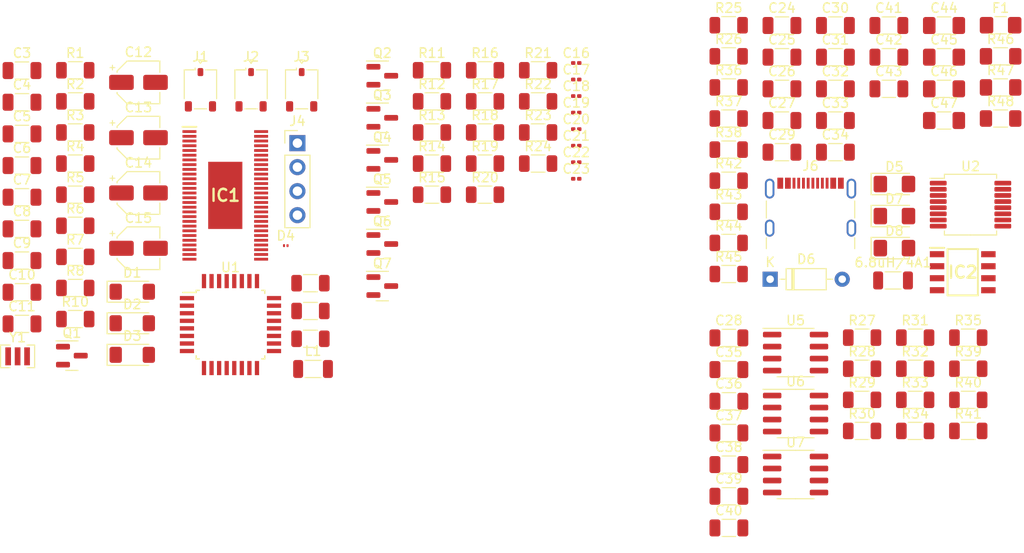
<source format=kicad_pcb>
(kicad_pcb (version 20221018) (generator pcbnew)
  (layers (0 "F.Cu" signal) (31 "B.Cu" signal) (34 "B.Paste" user) (35 "F.Paste" user) (36 "B.SilkS" user "B.Silkscreen") (37 "F.SilkS" user "F.Silkscreen") (38 "B.Mask" user) (39 "F.Mask" user) (44 "Edge.Cuts" user))
  (net 0 "")
  (net 1 "+5V")
  (net 2 "R_SHUNT1_N")
  (net 3 "Net-(IC1-BIAS)")
  (net 4 "Net-(IC1-BST_A)")
  (net 5 "MOTOR_U")
  (net 6 "Net-(IC1-CP1)")
  (net 7 "Net-(IC1-CP2)")
  (net 8 "Net-(IC1-GVDD)")
  (net 9 "Net-(IC1-BST_B)")
  (net 10 "Net-(IC1-BST_C)")
  (net 11 "Net-(IC1-AVDD)")
  (net 12 "V_BAT")
  (net 13 "Net-(D4-A1)")
  (net 14 "Net-(C16-Pad1)")
  (net 15 "Net-(C17-Pad1)")
  (net 16 "Net-(C18-Pad1)")
  (net 17 "Net-(C19-Pad1)")
  (net 18 "Net-(C20-Pad1)")
  (net 19 "R_SHUNT2_P")
  (net 20 "Net-(C21-Pad1)")
  (net 21 "R_SHUNT1_P")
  (net 22 "Net-(D1-K)")
  (net 23 "Net-(D1-A)")
  (net 24 "Net-(D2-A)")
  (net 25 "Net-(D4-A2)")
  (net 30 "nOCTW")
  (net 31 "nFAULT")
  (net 32 "Net-(IC1-DTC)")
  (net 33 "Net-(IC1-M_PWM)")
  (net 34 "Net-(IC1-M_OC)")
  (net 35 "Net-(IC1-GAIN)")
  (net 36 "Net-(IC1-OC_ADJ)")
  (net 37 "DC_CAL")
  (net 38 "GDR_EN")
  (net 39 "PWM_A_H")
  (net 40 "PWM_A_L")
  (net 41 "PWM_B_H")
  (net 42 "PWM_B_L")
  (net 43 "PWM_C_H")
  (net 44 "PWM_C_L")
  (net 45 "Net-(D6-K)")
  (net 46 "Net-(6.8uH/4A1-Pad2)")
  (net 47 "SO1")
  (net 48 "SO2")
  (net 49 "GL_C")
  (net 50 "GH_C")
  (net 51 "GL_B")
  (net 52 "GH_B")
  (net 53 "GL_A")
  (net 54 "GH_A")
  (net 62 "Net-(IC1-DVDD)")
  (net 63 "MOTOR_V")
  (net 64 "MOTOR_W")
  (net 65 "RST")
  (net 66 "TXu_0")
  (net 67 "RXu_0")
  (net 69 "Net-(Q2-G)")
  (net 70 "Net-(Q3-G)")
  (net 71 "Net-(Q4-G)")
  (net 72 "Net-(Q5-G)")
  (net 73 "Net-(Q6-G)")
  (net 74 "Net-(Q7-G)")
  (net 75 "VDD_3V3")
  (net 77 "Net-(U1-(XTAL1)PB6)")
  (net 78 "Net-(U1-(XTAL2)PB7)")
  (net 93 "Net-(IC1-REF)")
  (net 94 "PHCM_U")
  (net 95 "PHCM_M")
  (net 96 "VIRTUAL_N")
  (net 97 "VIN")
  (net 98 "Net-(IC2-SS)")
  (net 99 "Net-(IC2-BOOT)")
  (net 100 "PHV_U")
  (net 101 "PHV_V")
  (net 102 "PHV_W")
  (net 103 "Net-(IC2-COMP)")
  (net 104 "Net-(C42-Pad2)")
  (net 105 "Net-(U2-3V3OUT)")
  (net 106 "Net-(U2-~{RTS})")
  (net 107 "Net-(D5-A)")
  (net 108 "Net-(D7-K)")
  (net 109 "Net-(D7-A)")
  (net 110 "Net-(D8-K)")
  (net 111 "Net-(D8-A)")
  (net 112 "Net-(F1-Pad2)")
  (net 113 "Net-(IC2-EN)")
  (net 114 "VSENSE")
  (net 116 "D+")
  (net 117 "D-")
  (net 121 "Net-(R38-Pad1)")
  (net 122 "ZCD_PHC_U")
  (net 123 "ZCD_PHC_V")
  (net 124 "ZCD_PHC_W")
  (net 125 "Net-(R43-Pad1)")
  (footprint "Capacitor_SMD:C_1206_3216Metric" (layer "F.Cu") (at 187.1875 111.485)
    (fp_text reference "C40" (at 0 -1.85) (layer "F.SilkS"))
    (fp_text value "1nF")
    (pad "1" smd roundrect (at -1.475 0) (size 1.15 1.8) (layers "F.Cu" "F.Paste" "F.Mask") (roundrect_rratio 0.217391) (net 102 "PHV_W"))
    (pad "2" smd roundrect (at 1.475 0) (size 1.15 1.8) (layers "F.Cu" "F.Paste" "F.Mask") (roundrect_rratio 0.217391) (net 2 "R_SHUNT1_N"))
  )
  (footprint "Package_SO:SOIC-8_3.9x4.9mm_P1.27mm" (layer "F.Cu") (at 194.2375 105.835)
    (fp_text reference "U7" (at 0 -3.4) (layer "F.SilkS"))
    (fp_text value "LMV321")
    (pad "1" smd roundrect (at -2.475 -1.905) (size 1.95 0.6) (layers "F.Cu" "F.Paste" "F.Mask") (net 102 "PHV_W"))
    (pad "2" smd roundrect (at -2.475 -0.635) (size 1.95 0.6) (layers "F.Cu" "F.Paste" "F.Mask") (net 2 "R_SHUNT1_N"))
    (pad "3" smd roundrect (at -2.475 0.635) (size 1.95 0.6) (layers "F.Cu" "F.Paste" "F.Mask") (net 96 "VIRTUAL_N"))
    (pad "4" smd roundrect (at -2.475 1.905) (size 1.95 0.6) (layers "F.Cu" "F.Paste" "F.Mask") (net 124 "ZCD_PHC_W"))
    (pad "5" smd roundrect (at 2.475 1.905) (size 1.95 0.6) (layers "F.Cu" "F.Paste" "F.Mask") (net 75 "VDD_3V3"))
    (pad "6" smd roundrect (at 2.475 0.635) (size 1.95 0.6) (layers "F.Cu" "F.Paste" "F.Mask"))
    (pad "7" smd roundrect (at 2.475 -0.635) (size 1.95 0.6) (layers "F.Cu" "F.Paste" "F.Mask"))
    (pad "8" smd roundrect (at 2.475 -1.905) (size 1.95 0.6) (layers "F.Cu" "F.Paste" "F.Mask"))
  )
  (footprint "Package_TO_SOT_SMD:SOT-23" (layer "F.Cu") (at 150.555 81.45)
    (fp_text reference "Q6" (at 0 -2.4) (layer "F.SilkS"))
    (fp_text value "NMOS")
    (pad "1" smd roundrect (at -0.9375 -0.95) (size 1.475 0.6) (layers "F.Cu" "F.Paste" "F.Mask") (net 5 "MOTOR_U"))
    (pad "2" smd roundrect (at -0.9375 0.95) (size 1.475 0.6) (layers "F.Cu" "F.Paste" "F.Mask") (net 73 "Net-(Q6-G)"))
    (pad "3" smd roundrect (at 0.9375 0) (size 1.475 0.6) (layers "F.Cu" "F.Paste" "F.Mask") (net 19 "R_SHUNT2_P"))
  )
  (footprint "Resistor_SMD:R_1206_3216Metric" (layer "F.Cu") (at 155.805 63.07)
    (fp_text reference "R11" (at 0 -1.82) (layer "F.SilkS"))
    (fp_text value "10")
    (pad "1" smd roundrect (at -1.4625 0) (size 1.125 1.75) (layers "F.Cu" "F.Paste" "F.Mask") (roundrect_rratio 0.222222) (net 12 "V_BAT"))
    (pad "2" smd roundrect (at 1.4625 0) (size 1.125 1.75) (layers "F.Cu" "F.Paste" "F.Mask") (roundrect_rratio 0.222222) (net 14 "Net-(C16-Pad1)"))
  )
  (footprint "Connector_USB:USB_C_Receptacle_GCT_USB4105-xx-A_16P_TopMnt_Horizontal" (layer "F.Cu") (at 195.8175 78.695)
    (fp_text reference "J6" (at 0 -5.5 unlocked) (layer "F.SilkS"))
    (fp_text value "USB_C_Receptacle_USB2.0")
    (pad "" np_thru_hole circle (at -2.89 -2.605) (size 0.65 0.65) (drill 0.65) (layers "F&B.Cu" "*.Mask"))
    (pad "" np_thru_hole circle (at 2.89 -2.605) (size 0.65 0.65) (drill 0.65) (layers "F&B.Cu" "*.Mask"))
    (pad "A1" smd rect (at -3.2 -3.68) (size 0.6 1.15) (layers "F.Cu" "F.Paste" "F.Mask") (net 2 "R_SHUNT1_N"))
    (pad "A4" smd rect (at -2.4 -3.68) (size 0.6 1.15) (layers "F.Cu" "F.Paste" "F.Mask") (net 112 "Net-(F1-Pad2)"))
    (pad "A5" smd rect (at -1.25 -3.68) (size 0.3 1.15) (layers "F.Cu" "F.Paste" "F.Mask"))
    (pad "A6" smd rect (at -0.25 -3.68) (size 0.3 1.15) (layers "F.Cu" "F.Paste" "F.Mask") (net 116 "D+"))
    (pad "A7" smd rect (at 0.25 -3.68) (size 0.3 1.15) (layers "F.Cu" "F.Paste" "F.Mask") (net 117 "D-"))
    (pad "A8" smd rect (at 1.25 -3.68) (size 0.3 1.15) (layers "F.Cu" "F.Paste" "F.Mask"))
    (pad "A9" smd rect (at 2.4 -3.68) (size 0.6 1.15) (layers "F.Cu" "F.Paste" "F.Mask") (net 112 "Net-(F1-Pad2)"))
    (pad "A12" smd rect (at 3.2 -3.68) (size 0.6 1.15) (layers "F.Cu" "F.Paste" "F.Mask") (net 2 "R_SHUNT1_N"))
    (pad "B1" smd rect (at 3.2 -3.68) (size 0.6 1.15) (layers "F.Cu" "F.Paste" "F.Mask") (net 2 "R_SHUNT1_N"))
    (pad "B4" smd rect (at 2.4 -3.68) (size 0.6 1.15) (layers "F.Cu" "F.Paste" "F.Mask") (net 112 "Net-(F1-Pad2)"))
    (pad "B5" smd rect (at 1.75 -3.68) (size 0.3 1.15) (layers "F.Cu" "F.Paste" "F.Mask"))
    (pad "B6" smd rect (at 0.75 -3.68) (size 0.3 1.15) (layers "F.Cu" "F.Paste" "F.Mask") (net 116 "D+"))
    (pad "B7" smd rect (at -0.75 -3.68) (size 0.3 1.15) (layers "F.Cu" "F.Paste" "F.Mask") (net 117 "D-"))
    (pad "B8" smd rect (at -1.75 -3.68) (size 0.3 1.15) (layers "F.Cu" "F.Paste" "F.Mask"))
    (pad "B9" smd rect (at -2.4 -3.68) (size 0.6 1.15) (layers "F.Cu" "F.Paste" "F.Mask") (net 112 "Net-(F1-Pad2)"))
    (pad "B12" smd rect (at -3.2 -3.68) (size 0.6 1.15) (layers "F.Cu" "F.Paste" "F.Mask") (net 2 "R_SHUNT1_N"))
    (pad "S1" thru_hole oval (at -4.32 -3.105) (size 1 2.1) (drill oval 0.6 1.7) (layers "*.Cu" "*.Mask" "F.Paste") (net 2 "R_SHUNT1_N"))
    (pad "S1" thru_hole oval (at -4.32 1.075) (size 1 1.8) (drill oval 0.6 1.4) (layers "*.Cu" "*.Mask" "F.Paste") (net 2 "R_SHUNT1_N"))
    (pad "S1" thru_hole oval (at 4.32 -3.105) (size 1 2.1) (drill oval 0.6 1.7) (layers "*.Cu" "*.Mask" "F.Paste") (net 2 "R_SHUNT1_N"))
    (pad "S1" thru_hole oval (at 4.32 1.075) (size 1 1.8) (drill oval 0.6 1.4) (layers "*.Cu" "*.Mask" "F.Paste") (net 2 "R_SHUNT1_N"))
  )
  (footprint "Package_TO_SOT_SMD:SOT-23" (layer "F.Cu") (at 150.555 68.1)
    (fp_text reference "Q3" (at 0 -2.4) (layer "F.SilkS"))
    (fp_text value "NMOS")
    (pad "1" smd roundrect (at -0.9375 -0.95) (size 1.475 0.6) (layers "F.Cu" "F.Paste" "F.Mask") (net 12 "V_BAT"))
    (pad "2" smd roundrect (at -0.9375 0.95) (size 1.475 0.6) (layers "F.Cu" "F.Paste" "F.Mask") (net 70 "Net-(Q3-G)"))
    (pad "3" smd roundrect (at 0.9375 0) (size 1.475 0.6) (layers "F.Cu" "F.Paste" "F.Mask") (net 5 "MOTOR_U"))
  )
  (footprint "Resistor_SMD:R_1206_3216Metric" (layer "F.Cu") (at 201.2675 101.225)
    (fp_text reference "R30" (at 0 -1.82) (layer "F.SilkS"))
    (fp_text value "R")
    (pad "1" smd roundrect (at -1.4625 0) (size 1.125 1.75) (layers "F.Cu" "F.Paste" "F.Mask") (roundrect_rratio 0.222222) (net 101 "PHV_V"))
    (pad "2" smd roundrect (at 1.4625 0) (size 1.125 1.75) (layers "F.Cu" "F.Paste" "F.Mask") (roundrect_rratio 0.222222) (net 63 "MOTOR_V"))
  )
  (footprint "Resistor_SMD:R_1206_3216Metric" (layer "F.Cu") (at 187.1675 84.625)
    (fp_text reference "R45" (at 0 -1.82) (layer "F.SilkS"))
    (fp_text value "3.3k")
    (pad "1" smd roundrect (at -1.4625 0) (size 1.125 1.75) (layers "F.Cu" "F.Paste" "F.Mask") (roundrect_rratio 0.222222) (net 2 "R_SHUNT1_N"))
    (pad "2" smd roundrect (at 1.4625 0) (size 1.125 1.75) (layers "F.Cu" "F.Paste" "F.Mask") (roundrect_rratio 0.222222) (net 114 "VSENSE"))
  )
  (footprint "Capacitor_SMD:C_1206_3216Metric" (layer "F.Cu") (at 112.475 79.85)
    (fp_text reference "C8" (at 0 -1.85) (layer "F.SilkS"))
    (fp_text value "C")
    (pad "1" smd roundrect (at -1.475 0) (size 1.15 1.8) (layers "F.Cu" "F.Paste" "F.Mask") (roundrect_rratio 0.217391) (net 10 "Net-(IC1-BST_C)"))
    (pad "2" smd roundrect (at 1.475 0) (size 1.15 1.8) (layers "F.Cu" "F.Paste" "F.Mask") (roundrect_rratio 0.217391) (net 5 "MOTOR_U"))
  )
  (footprint "Resistor_SMD:R_1206_3216Metric" (layer "F.Cu") (at 118.105 72.94)
    (fp_text reference "R4" (at 0 -1.82) (layer "F.SilkS"))
    (fp_text value "R")
    (pad "1" smd roundrect (at -1.4625 0) (size 1.125 1.75) (layers "F.Cu" "F.Paste" "F.Mask") (roundrect_rratio 0.222222) (net 2 "R_SHUNT1_N"))
    (pad "2" smd roundrect (at 1.4625 0) (size 1.125 1.75) (layers "F.Cu" "F.Paste" "F.Mask") (roundrect_rratio 0.222222) (net 33 "Net-(IC1-M_PWM)"))
  )
  (footprint "Capacitor_SMD:CP_Elec_4x3" (layer "F.Cu") (at 124.785 64.35)
    (fp_text reference "C12" (at 0 -3.2) (layer "F.SilkS"))
    (fp_text value "C_Polarized")
    (pad "1" smd roundrect (at -1.8 0) (size 2.6 1.6) (layers "F.Cu" "F.Paste" "F.Mask") (roundrect_rratio 0.15625) (net 12 "V_BAT"))
    (pad "2" smd roundrect (at 1.8 0) (size 2.6 1.6) (layers "F.Cu" "F.Paste" "F.Mask") (roundrect_rratio 0.15625) (net 2 "R_SHUNT1_N"))
  )
  (footprint "Capacitor_SMD:C_1206_3216Metric" (layer "F.Cu") (at 192.7975 68.385)
    (fp_text reference "C27" (at 0 -1.85) (layer "F.SilkS"))
    (fp_text value "2.2nF")
    (pad "1" smd roundrect (at -1.475 0) (size 1.15 1.8) (layers "F.Cu" "F.Paste" "F.Mask") (roundrect_rratio 0.217391) (net 95 "PHCM_M"))
    (pad "2" smd roundrect (at 1.475 0) (size 1.15 1.8) (layers "F.Cu" "F.Paste" "F.Mask") (roundrect_rratio 0.217391) (net 2 "R_SHUNT1_N"))
  )
  (footprint "Dam_libkicad:1206" (layer "F.Cu") (at 142.96 88.535)
    (fp_text reference "C2" hide)
    (fp_text value "1uF")
    (pad "1" smd roundrect (at -1.4625 0) (size 1.125 1.75) (layers "F.Cu" "F.Paste" "F.Mask") (roundrect_rratio 0.222222) (net 1 "+5V"))
    (pad "2" smd roundrect (at 1.4625 0) (size 1.125 1.75) (layers "F.Cu" "F.Paste" "F.Mask") (roundrect_rratio 0.222222) (net 2 "R_SHUNT1_N"))
  )
  (footprint "Resistor_SMD:R_1206_3216Metric" (layer "F.Cu") (at 155.805 69.65)
    (fp_text reference "R13" (at 0 -1.82) (layer "F.SilkS"))
    (fp_text value "10")
    (pad "1" smd roundrect (at -1.4625 0) (size 1.125 1.75) (layers "F.Cu" "F.Paste" "F.Mask") (roundrect_rratio 0.222222) (net 12 "V_BAT"))
    (pad "2" smd roundrect (at 1.4625 0) (size 1.125 1.75) (layers "F.Cu" "F.Paste" "F.Mask") (roundrect_rratio 0.222222) (net 16 "Net-(C18-Pad1)"))
  )
  (footprint "Resistor_SMD:R_1206_3216Metric" (layer "F.Cu") (at 201.2675 91.355)
    (fp_text reference "R27" (at 0 -1.82) (layer "F.SilkS"))
    (fp_text value "R")
    (pad "1" smd roundrect (at -1.4625 0) (size 1.125 1.75) (layers "F.Cu" "F.Paste" "F.Mask") (roundrect_rratio 0.222222) (net 96 "VIRTUAL_N"))
    (pad "2" smd roundrect (at 1.4625 0) (size 1.125 1.75) (layers "F.Cu" "F.Paste" "F.Mask") (roundrect_rratio 0.222222) (net 100 "PHV_U"))
  )
  (footprint "Capacitor_SMD:C_1206_3216Metric" (layer "F.Cu") (at 192.7975 61.685)
    (fp_text reference "C25" (at 0 -1.85) (layer "F.SilkS"))
    (fp_text value "1uF")
    (pad "1" smd roundrect (at -1.475 0) (size 1.15 1.8) (layers "F.Cu" "F.Paste" "F.Mask") (roundrect_rratio 0.217391) (net 93 "Net-(IC1-REF)"))
    (pad "2" smd roundrect (at 1.475 0) (size 1.15 1.8) (layers "F.Cu" "F.Paste" "F.Mask") (roundrect_rratio 0.217391) (net 2 "R_SHUNT1_N"))
  )
  (footprint "Resistor_SMD:R_1206_3216Metric_Pad1.30x1.75mm_HandSolder" (layer "F.Cu") (at 215.9075 64.885)
    (fp_text reference "R47" (at 0 -1.82) (layer "F.SilkS"))
    (fp_text value "1K")
    (pad "1" smd roundrect (at -1.55 0) (size 1.3 1.75) (layers "F.Cu" "F.Paste" "F.Mask") (roundrect_rratio 0.192308) (net 109 "Net-(D7-A)"))
    (pad "2" smd roundrect (at 1.55 0) (size 1.3 1.75) (layers "F.Cu" "F.Paste" "F.Mask") (roundrect_rratio 0.192308) (net 1 "+5V"))
  )
  (footprint "Capacitor_SMD:C_1206_3216Metric" (layer "F.Cu") (at 187.1875 108.135)
    (fp_text reference "C39" (at 0 -1.85) (layer "F.SilkS"))
    (fp_text value "1nF")
    (pad "1" smd roundrect (at -1.475 0) (size 1.15 1.8) (layers "F.Cu" "F.Paste" "F.Mask") (roundrect_rratio 0.217391) (net 75 "VDD_3V3"))
    (pad "2" smd roundrect (at 1.475 0) (size 1.15 1.8) (layers "F.Cu" "F.Paste" "F.Mask") (roundrect_rratio 0.217391) (net 2 "R_SHUNT1_N"))
  )
  (footprint "LED_SMD:LED_1206_3216Metric_Pad1.42x1.75mm_HandSolder" (layer "F.Cu") (at 204.6825 78.495)
    (fp_text reference "D7" (at 0 -1.82) (layer "F.SilkS"))
    (fp_text value "RX")
    (pad "1" smd roundrect (at -1.4875 0) (size 1.425 1.75) (layers "F.Cu" "F.Paste" "F.Mask") (roundrect_rratio 0.175439) (net 108 "Net-(D7-K)"))
    (pad "2" smd roundrect (at 1.4875 0) (size 1.425 1.75) (layers "F.Cu" "F.Paste" "F.Mask") (roundrect_rratio 0.175439) (net 109 "Net-(D7-A)"))
  )
  (footprint "Dam_libkicad:1206" (layer "F.Cu") (at 142.96 91.475)
    (fp_text reference "R9" hide)
    (fp_text value "10k")
    (pad "1" smd roundrect (at -1.4625 0) (size 1.125 1.75) (layers "F.Cu" "F.Paste" "F.Mask") (roundrect_rratio 0.222222) (net 1 "+5V"))
    (pad "2" smd roundrect (at 1.4625 0) (size 1.125 1.75) (layers "F.Cu" "F.Paste" "F.Mask") (roundrect_rratio 0.222222) (net 65 "RST"))
  )
  (footprint "Capacitor_SMD:CP_Elec_4x3" (layer "F.Cu") (at 124.785 70.2)
    (fp_text reference "C13" (at 0 -3.2) (layer "F.SilkS"))
    (fp_text value "C_Polarized")
    (pad "1" smd roundrect (at -1.8 0) (size 2.6 1.6) (layers "F.Cu" "F.Paste" "F.Mask") (roundrect_rratio 0.15625) (net 12 "V_BAT"))
    (pad "2" smd roundrect (at 1.8 0) (size 2.6 1.6) (layers "F.Cu" "F.Paste" "F.Mask") (roundrect_rratio 0.15625) (net 2 "R_SHUNT1_N"))
  )
  (footprint "Capacitor_SMD:C_0201_0603Metric" (layer "F.Cu") (at 171.055 65.8)
    (fp_text reference "C18" (at 0 -1.05) (layer "F.SilkS"))
    (fp_text value "C")
    (pad "1" smd roundrect (at -0.32 0) (size 0.46 0.4) (layers "F.Cu" "F.Mask") (net 16 "Net-(C18-Pad1)"))
    (pad "2" smd roundrect (at 0.32 0) (size 0.46 0.4) (layers "F.Cu" "F.Mask") (net 5 "MOTOR_U"))
  )
  (footprint "Diode_SMD:D_MiniMELF" (layer "F.Cu") (at 124.13 89.835)
    (fp_text reference "D2" (at 0 -2) (layer "F.SilkS"))
    (fp_text value "ZMMxx")
    (pad "1" smd roundrect (at -1.75 0) (size 1.3 1.7) (layers "F.Cu" "F.Paste" "F.Mask") (roundrect_rratio 0.1923076923) (net 23 "Net-(D1-A)"))
    (pad "2" smd roundrect (at 1.75 0) (size 1.3 1.7) (layers "F.Cu" "F.Paste" "F.Mask") (roundrect_rratio 0.1923076923) (net 24 "Net-(D2-A)"))
  )
  (footprint "Resistor_SMD:R_1206_3216Metric" (layer "F.Cu") (at 155.805 72.94)
    (fp_text reference "R14" (at 0 -1.82) (layer "F.SilkS"))
    (fp_text value "10")
    (pad "1" smd roundrect (at -1.4625 0) (size 1.125 1.75) (layers "F.Cu" "F.Paste" "F.Mask") (roundrect_rratio 0.222222) (net 50 "GH_C"))
    (pad "2" smd roundrect (at 1.4625 0) (size 1.125 1.75) (layers "F.Cu" "F.Paste" "F.Mask") (roundrect_rratio 0.222222) (net 69 "Net-(Q2-G)"))
  )
  (footprint "Resistor_SMD:R_1206_3216Metric" (layer "F.Cu") (at 118.105 86.1)
    (fp_text reference "R8" (at 0 -1.82) (layer "F.SilkS"))
    (fp_text value "R")
    (pad "1" smd roundrect (at -1.4625 0) (size 1.125 1.75) (layers "F.Cu" "F.Paste" "F.Mask") (roundrect_rratio 0.222222) (net 2 "R_SHUNT1_N"))
    (pad "2" smd roundrect (at 1.4625 0) (size 1.125 1.75) (layers "F.Cu" "F.Paste" "F.Mask") (roundrect_rratio 0.222222) (net 36 "Net-(IC1-OC_ADJ)"))
  )
  (footprint "Resistor_SMD:R_1206_3216Metric" (layer "F.Cu") (at 167.025 69.65)
    (fp_text reference "R23" (at 0 -1.82) (layer "F.SilkS"))
    (fp_text value "R")
    (pad "1" smd roundrect (at -1.4625 0) (size 1.125 1.75) (layers "F.Cu" "F.Paste" "F.Mask") (roundrect_rratio 0.222222) (net 19 "R_SHUNT2_P"))
    (pad "2" smd roundrect (at 1.4625 0) (size 1.125 1.75) (layers "F.Cu" "F.Paste" "F.Mask") (roundrect_rratio 0.222222) (net 2 "R_SHUNT1_N"))
  )
  (footprint "Capacitor_SMD:C_1206_3216Metric_Pad1.33x1.80mm_HandSolder" (layer "F.Cu") (at 209.9275 68.385)
    (fp_text reference "C47" (at 0 -1.85) (layer "F.SilkS"))
    (fp_text value "100nF")
    (pad "1" smd roundrect (at -1.5625 0) (size 1.325 1.8) (layers "F.Cu" "F.Paste" "F.Mask") (roundrect_rratio 0.188679) (net 65 "RST"))
    (pad "2" smd roundrect (at 1.5625 0) (size 1.325 1.8) (layers "F.Cu" "F.Paste" "F.Mask") (roundrect_rratio 0.188679) (net 106 "Net-(U2-~{RTS})"))
  )
  (footprint "Fuse:Fuse_1206_3216Metric_Pad1.42x1.75mm_HandSolder" (layer "F.Cu") (at 215.9075 58.305)
    (fp_text reference "F1" (at 0 -1.82) (layer "F.SilkS"))
    (fp_text value "Fuse")
    (pad "1" smd roundrect (at -1.4875 0) (size 1.425 1.75) (layers "F.Cu" "F.Paste" "F.Mask") (roundrect_rratio 0.175439) (net 1 "+5V"))
    (pad "2" smd roundrect (at 1.4875 0) (size 1.425 1.75) (layers "F.Cu" "F.Paste" "F.Mask") (roundrect_rratio 0.175439) (net 112 "Net-(F1-Pad2)"))
  )
  (footprint "Resistor_SMD:R_1206_3216Metric" (layer "F.Cu") (at 212.4875 101.225)
    (fp_text reference "R41" (at 0 -1.82) (layer "F.SilkS"))
    (fp_text value "R")
    (pad "1" smd roundrect (at -1.4625 0) (size 1.125 1.75) (layers "F.Cu" "F.Paste" "F.Mask") (roundrect_rratio 0.222222) (net 2 "R_SHUNT1_N"))
    (pad "2" smd roundrect (at 1.4625 0) (size 1.125 1.75) (layers "F.Cu" "F.Paste" "F.Mask") (roundrect_rratio 0.222222) (net 124 "ZCD_PHC_W"))
  )
  (footprint "Capacitor_SMD:C_0201_0603Metric" (layer "F.Cu") (at 171.055 62.3)
    (fp_text reference "C16" (at 0 -1.05) (layer "F.SilkS"))
    (fp_text value "C")
    (pad "1" smd roundrect (at -0.32 0) (size 0.46 0.4) (layers "F.Cu" "F.Mask") (net 14 "Net-(C16-Pad1)"))
    (pad "2" smd roundrect (at 0.32 0) (size 0.46 0.4) (layers "F.Cu" "F.Mask") (net 5 "MOTOR_U"))
  )
  (footprint "Resistor_SMD:R_1206_3216Metric" (layer "F.Cu") (at 201.2675 97.935)
    (fp_text reference "R29" (at 0 -1.82) (layer "F.SilkS"))
    (fp_text value "R")
    (pad "1" smd roundrect (at -1.4625 0) (size 1.125 1.75) (layers "F.Cu" "F.Paste" "F.Mask") (roundrect_rratio 0.222222) (net 96 "VIRTUAL_N"))
    (pad "2" smd roundrect (at 1.4625 0) (size 1.125 1.75) (layers "F.Cu" "F.Paste" "F.Mask") (roundrect_rratio 0.222222) (net 101 "PHV_V"))
  )
  (footprint "Capacitor_SMD:C_1206_3216Metric" (layer "F.Cu") (at 112.475 89.9)
    (fp_text reference "C11" (at 0 -1.85) (layer "F.SilkS"))
    (fp_text value "4.7uF")
    (pad "1" smd roundrect (at -1.475 0) (size 1.15 1.8) (layers "F.Cu" "F.Paste" "F.Mask") (roundrect_rratio 0.217391) (net 12 "V_BAT"))
    (pad "2" smd roundrect (at 1.475 0) (size 1.15 1.8) (layers "F.Cu" "F.Paste" "F.Mask") (roundrect_rratio 0.217391) (net 2 "R_SHUNT1_N"))
  )
  (footprint "Package_TO_SOT_SMD:SOT-23" (layer "F.Cu") (at 150.555 72.55)
    (fp_text reference "Q4" (at 0 -2.4) (layer "F.SilkS"))
    (fp_text value "NMOS")
    (pad "1" smd roundrect (at -0.9375 -0.95) (size 1.475 0.6) (layers "F.Cu" "F.Paste" "F.Mask") (net 12 "V_BAT"))
    (pad "2" smd roundrect (at -0.9375 0.95) (size 1.475 0.6) (layers "F.Cu" "F.Paste" "F.Mask") (net 71 "Net-(Q4-G)"))
    (pad "3" smd roundrect (at 0.9375 0) (size 1.475 0.6) (layers "F.Cu" "F.Paste" "F.Mask") (net 5 "MOTOR_U"))
  )
  (footprint "Capacitor_SMD:C_0201_0603Metric" (layer "F.Cu") (at 171.055 69.3)
    (fp_text reference "C20" (at 0 -1.05) (layer "F.SilkS"))
    (fp_text value "C")
    (pad "1" smd roundrect (at -0.32 0) (size 0.46 0.4) (layers "F.Cu" "F.Mask") (net 18 "Net-(C20-Pad1)"))
    (pad "2" smd roundrect (at 0.32 0) (size 0.46 0.4) (layers "F.Cu" "F.Mask") (net 19 "R_SHUNT2_P"))
  )
  (footprint "Capacitor_SMD:C_0201_0603Metric" (layer "F.Cu") (at 171.055 64.05)
    (fp_text reference "C17" (at 0 -1.05) (layer "F.SilkS"))
    (fp_text value "C")
    (pad "1" smd roundrect (at -0.32 0) (size 0.46 0.4) (layers "F.Cu" "F.Mask") (net 15 "Net-(C17-Pad1)"))
    (pad "2" smd roundrect (at 0.32 0) (size 0.46 0.4) (layers "F.Cu" "F.Mask") (net 5 "MOTOR_U"))
  )
  (footprint "Capacitor_SMD:C_1206_3216Metric" (layer "F.Cu") (at 198.4475 68.385)
    (fp_text reference "C33" (at 0 -1.85) (layer "F.SilkS"))
    (fp_text value "2.2nF")
    (pad "1" smd roundrect (at -1.475 0) (size 1.15 1.8) (layers "F.Cu" "F.Paste" "F.Mask") (roundrect_rratio 0.217391) (net 45 "Net-(D6-K)"))
    (pad "2" smd roundrect (at 1.475 0) (size 1.15 1.8) (layers "F.Cu" "F.Paste" "F.Mask") (roundrect_rratio 0.217391) (net 99 "Net-(IC2-BOOT)"))
  )
  (footprint "Resistor_SMD:R_1206_3216Metric" (layer "F.Cu") (at 187.1675 74.755)
    (fp_text reference "R42" (at 0 -1.82) (layer "F.SilkS"))
    (fp_text value "27k")
    (pad "1" smd roundrect (at -1.4625 0) (size 1.125 1.75) (layers "F.Cu" "F.Paste" "F.Mask") (roundrect_rratio 0.222222) (net 2 "R_SHUNT1_N"))
    (pad "2" smd roundrect (at 1.4625 0) (size 1.125 1.75) (layers "F.Cu" "F.Paste" "F.Mask") (roundrect_rratio 0.222222) (net 121 "Net-(R38-Pad1)"))
  )
  (footprint "Capacitor_SMD:C_1206_3216Metric_Pad1.33x1.80mm_HandSolder" (layer "F.Cu") (at 209.9275 61.685)
    (fp_text reference "C45" (at 0 -1.85) (layer "F.SilkS"))
    (fp_text value "4.7uF_16V")
    (pad "1" smd roundrect (at -1.5625 0) (size 1.325 1.8) (layers "F.Cu" "F.Paste" "F.Mask") (roundrect_rratio 0.188679) (net 1 "+5V"))
    (pad "2" smd roundrect (at 1.5625 0) (size 1.325 1.8) (layers "F.Cu" "F.Paste" "F.Mask") (roundrect_rratio 0.188679) (net 2 "R_SHUNT1_N"))
  )
  (footprint "Dam_libkicad:TQFP32m" (layer "F.Cu") (at 134.51 89.975)
    (fp_text reference "U1" (at 0 -6.05 -180) (layer "F.SilkS"))
    (fp_text value "ATmega328P-AU_full")
    (pad "1" smd rect (at -4.6 -2.8) (size 1.5 0.45) (layers "F.Cu" "F.Paste" "F.Mask") (net 39 "PWM_A_H"))
    (pad "2" smd rect (at -4.6 -2) (size 1.5 0.45) (layers "F.Cu" "F.Paste" "F.Mask"))
    (pad "3" smd rect (at -4.6 -1.2) (size 1.5 0.45) (layers "F.Cu" "F.Paste" "F.Mask") (net 2 "R_SHUNT1_N"))
    (pad "4" smd rect (at -4.6 -0.4) (size 1.5 0.45) (layers "F.Cu" "F.Paste" "F.Mask") (net 1 "+5V"))
    (pad "5" smd rect (at -4.6 0.4) (size 1.5 0.45) (layers "F.Cu" "F.Paste" "F.Mask") (net 2 "R_SHUNT1_N"))
    (pad "6" smd rect (at -4.6 1.2) (size 1.5 0.45) (layers "F.Cu" "F.Paste" "F.Mask") (net 1 "+5V"))
    (pad "7" smd rect (at -4.6 2) (size 1.5 0.45) (layers "F.Cu" "F.Paste" "F.Mask") (net 77 "Net-(U1-(XTAL1)PB6)"))
    (pad "8" smd rect (at -4.6 2.8) (size 1.5 0.45) (layers "F.Cu" "F.Paste" "F.Mask") (net 78 "Net-(U1-(XTAL2)PB7)"))
    (pad "9" smd rect (at -2.8 4.6 90) (size 1.5 0.45) (layers "F.Cu" "F.Paste" "F.Mask") (net 44 "PWM_C_L"))
    (pad "10" smd rect (at -2 4.6 90) (size 1.5 0.45) (layers "F.Cu" "F.Paste" "F.Mask") (net 43 "PWM_C_H"))
    (pad "11" smd rect (at -1.2 4.6 90) (size 1.5 0.45) (layers "F.Cu" "F.Paste" "F.Mask"))
    (pad "12" smd rect (at -0.4 4.6 90) (size 1.5 0.45) (layers "F.Cu" "F.Paste" "F.Mask"))
    (pad "13" smd rect (at 0.4 4.6 90) (size 1.5 0.45) (layers "F.Cu" "F.Paste" "F.Mask") (net 42 "PWM_B_L"))
    (pad "14" smd rect (at 1.2 4.6 90) (size 1.5 0.45) (layers "F.Cu" "F.Paste" "F.Mask") (net 41 "PWM_B_H"))
    (pad "15" smd rect (at 2 4.6 90) (size 1.5 0.45) (layers "F.Cu" "F.Paste" "F.Mask") (net 40 "PWM_A_L"))
    (pad "16" smd rect (at 2.8 4.6 90) (size 1.5 0.45) (layers "F.Cu" "F.Paste" "F.Mask"))
    (pad "17" smd rect (at 4.6 2.8) (size 1.5 0.45) (layers "F.Cu" "F.Paste" "F.Mask"))
    (pad "18" smd rect (at 4.6 2) (size 1.5 0.45) (layers "F.Cu" "F.Paste" "F.Mask") (net 1 "+5V"))
    (pad "19" smd rect (at 4.6 1.2) (size 1.5 0.45) (layers "F.Cu" "F.Paste" "F.Mask"))
    (pad "20" smd rect (at 4.6 0.4) (size 1.5 0.45) (layers "F.Cu" "F.Paste" "F.Mask"))
    (pad "21" smd rect (at 4.6 -0.4) (size 1.5 0.45) (layers "F.Cu" "F.Paste" "F.Mask") (net 2 "R_SHUNT1_N"))
    (pad "22" smd rect (at 4.6 -1.2) (size 1.5 0.45) (layers "F.Cu" "F.Paste" "F.Mask"))
    (pad "23" smd rect (at 4.6 -2) (size 1.5 0.45) (layers "F.Cu" "F.Paste" "F.Mask"))
    (pad "24" smd rect (at 4.6 -2.8) (size 1.5 0.45) (layers "F.Cu" "F.Paste" "F.Mask"))
    (pad "25" smd rect (at 2.8 -4.6 90) (size 1.5 0.45) (layers "F.Cu" "F.Paste" "F.Mask"))
    (pad "26" smd rect (at 2 -4.6 90) (size 1.5 0.45) (layers "F.Cu" "F.Paste" "F.Mask"))
    (pad "27" smd rect (at 1.2 -4.6 90) (size 1.5 0.45) (layers "F.Cu" "F.Paste" "F.Mask"))
    (pad "28" smd rect (at 0.4 -4.6 90) (size 1.5 0.45) (layers "F.Cu" "F.Paste" "F.Mask"))
    (pad "29" smd rect (at -0.4 -4.6 90) (size 1.5 0.45) (layers "F.Cu" "F.Paste" "F.Mask") (net 65 "RST"))
    (pad "30" smd rect (at -1.2 -4.6 90) (size 1.5 0.45) (layers "F.Cu" "F.Paste" "F.Mask") (net 67 "RXu_0"))
    (pad "31" smd rect (at -2 -4.6 90) (size 1.5 0.45) (layers "F.Cu" "F.Paste" "F.Mask") (net 66 "TXu_0"))
    (pad "32" smd rect (at -2.8 -4.6 90) (size 1.5 0.45) (layers "F.Cu" "F.Paste" "F.Mask"))
  )
  (footprint "Dam_libkicad:osc_CSTCE" (layer "F.Cu") (at 112.01 93.335)
    (fp_text reference "Y1" (at 0 -2) (layer "F.SilkS"))
    (fp_text value "CSTCE")
    (pad "1" smd rect (at -1 0) (size 0.6 1.9) (layers "F.Cu" "F.Paste" "F.Mask") (net 78 "Net-(U1-(XTAL2)PB7)"))
    (pad "2" smd rect (at 0 0) (size 0.6 1.9) (layers "F.Cu" "F.Paste" "F.Mask") (net 2 "R_SHUNT1_N"))
    (pad "3" smd rect (at 1 0) (size 0.6 1.9) (layers "F.Cu" "F.Paste" "F.Mask") (net 77 "Net-(U1-(XTAL1)PB6)"))
  )
  (footprint "Capacitor_SMD:CP_Elec_4x3" (layer "F.Cu") (at 124.785 76.05)
    (fp_text reference "C14" (at 0 -3.2) (layer "F.SilkS"))
    (fp_text value "C_Polarized")
    (pad "1" smd roundrect (at -1.8 0) (size 2.6 1.6) (layers "F.Cu" "F.Paste" "F.Mask") (roundrect_rratio 0.15625) (net 12 "V_BAT"))
    (pad "2" smd roundrect (at 1.8 0) (size 2.6 1.6) (layers "F.Cu" "F.Paste" "F.Mask") (roundrect_rratio 0.15625) (net 2 "R_SHUNT1_N"))
  )
  (footprint "Resistor_SMD:R_1206_3216Metric" (layer "F.Cu") (at 161.415 66.36)
    (fp_text reference "R17" (at 0 -1.82) (layer "F.SilkS"))
    (fp_text value "10")
    (pad "1" smd roundrect (at -1.4625 0) (size 1.125 1.75) (layers "F.Cu" "F.Paste" "F.Mask") (roundrect_rratio 0.222222) (net 5 "MOTOR_U"))
    (pad "2" smd roundrect (at 1.4625 0) (size 1.125 1.75) (layers "F.Cu" "F.Paste" "F.Mask") (roundrect_rratio 0.222222) (net 17 "Net-(C19-Pad1)"))
  )
  (footprint "Resistor_SMD:R_1206_3216Metric" (layer "F.Cu") (at 155.805 76.23)
    (fp_text reference "R15" (at 0 -1.82) (layer "F.SilkS"))
    (fp_text value "10")
    (pad "1" smd roundrect (at -1.4625 0) (size 1.125 1.75) (layers "F.Cu" "F.Paste" "F.Mask") (roundrect_rratio 0.222222) (net 52 "GH_B"))
    (pad "2" smd roundrect (at 1.4625 0) (size 1.125 1.75) (layers "F.Cu" "F.Paste" "F.Mask") (roundrect_rratio 0.222222) (net 70 "Net-(Q3-G)"))
  )
  (footprint "Resistor_SMD:R_1206_3216Metric" (layer "F.Cu") (at 161.415 72.94)
    (fp_text reference "R19" (at 0 -1.82) (layer "F.SilkS"))
    (fp_text value "10")
    (pad "1" smd roundrect (at -1.4625 0) (size 1.125 1.75) (layers "F.Cu" "F.Paste" "F.Mask") (roundrect_rratio 0.222222) (net 5 "MOTOR_U"))
    (pad "2" smd roundrect (at 1.4625 0) (size 1.125 1.75) (layers "F.Cu" "F.Paste" "F.Mask") (roundrect_rratio 0.222222) (net 18 "Net-(C20-Pad1)"))
  )
  (footprint "Diode_SMD:D_MiniMELF" (layer "F.Cu") (at 124.13 93.175)
    (fp_text reference "D3" (at 0 -2) (layer "F.SilkS"))
    (fp_text value "ZMMxx")
    (pad "1" smd roundrect (at -1.75 0) (size 1.3 1.7) (layers "F.Cu" "F.Paste" "F.Mask") (roundrect_rratio 0.1923076923) (net 24 "Net-(D2-A)"))
    (pad "2" smd roundrect (at 1.75 0) (size 1.3 1.7) (layers "F.Cu" "F.Paste" "F.Mask") (roundrect_rratio 0.1923076923) (net 2 "R_SHUNT1_N"))
  )
  (footprint "Package_TO_SOT_SMD:SOT-23" (layer "F.Cu") (at 150.555 85.9)
    (fp_text reference "Q7" (at 0 -2.4) (layer "F.SilkS"))
    (fp_text value "NMOS")
    (pad "1" smd roundrect (at -0.9375 -0.95) (size 1.475 0.6) (layers "F.Cu" "F.Paste" "F.Mask") (net 5 "MOTOR_U"))
    (pad "2" smd roundrect (at -0.9375 0.95) (size 1.475 0.6) (layers "F.Cu" "F.Paste" "F.Mask") (net 74 "Net-(Q7-G)"))
    (pad "3" smd roundrect (at 0.9375 0) (size 1.475 0.6) (layers "F.Cu" "F.Paste" "F.Mask") (net 21 "R_SHUNT1_P"))
  )
  (footprint "Resistor_SMD:R_1206_3216Metric" (layer "F.Cu") (at 118.105 79.52)
    (fp_text reference "R6" (at 0 -1.82) (layer "F.SilkS"))
    (fp_text value "R")
    (pad "1" smd roundrect (at -1.4625 0) (size 1.125 1.75) (layers "F.Cu" "F.Paste" "F.Mask") (roundrect_rratio 0.222222) (net 36 "Net-(IC1-OC_ADJ)"))
    (pad "2" smd roundrect (at 1.4625 0) (size 1.125 1.75) (layers "F.Cu" "F.Paste" "F.Mask") (roundrect_rratio 0.222222) (net 75 "VDD_3V3"))
  )
  (footprint "Resistor_SMD:R_1206_3216Metric" (layer "F.Cu") (at 187.1675 68.175)
    (fp_text reference "R37" (at 0 -1.82) (layer "F.SilkS"))
    (fp_text value "10k")
    (pad "1" smd roundrect (at -1.4625 0) (size 1.125 1.75) (layers "F.Cu" "F.Paste" "F.Mask") (roundrect_rratio 0.222222) (net 2 "R_SHUNT1_N"))
    (pad "2" smd roundrect (at 1.4625 0) (size 1.125 1.75) (layers "F.Cu" "F.Paste" "F.Mask") (roundrect_rratio 0.222222) (net 113 "Net-(IC2-EN)"))
  )
  (footprint "Resistor_SMD:R_1206_3216Metric_Pad1.30x1.75mm_HandSolder" (layer "F.Cu") (at 215.9075 68.175)
    (fp_text reference "R48" (at 0 -1.82) (layer "F.SilkS"))
    (fp_text value "1K")
    (pad "1" smd roundrect (at -1.55 0) (size 1.3 1.75) (layers "F.Cu" "F.Paste" "F.Mask") (roundrect_rratio 0.192308) (net 1 "+5V"))
    (pad "2" smd roundrect (at 1.55 0) (size 1.3 1.75) (layers "F.Cu" "F.Paste" "F.Mask") (roundrect_rratio 0.192308) (net 111 "Net-(D8-A)"))
  )
  (footprint "Resistor_SMD:R_1206_3216Metric" (layer "F.Cu") (at 187.1675 61.595)
    (fp_text reference "R26" (at 0 -1.82) (layer "F.SilkS"))
    (fp_text value "R")
    (pad "1" smd roundrect (at -1.4625 0) (size 1.125 1.75) (layers "F.Cu" "F.Paste" "F.Mask") (roundrect_rratio 0.222222) (net 48 "SO2"))
    (pad "2" smd roundrect (at 1.4625 0) (size 1.125 1.75) (layers "F.Cu" "F.Paste" "F.Mask") (roundrect_rratio 0.222222) (net 95 "PHCM_M"))
  )
  (footprint "Capacitor_SMD:C_1206_3216Metric" (layer "F.Cu") (at 112.475 86.55)
    (fp_text reference "C10" (at 0 -1.85) (layer "F.SilkS"))
    (fp_text value "0.1uF")
    (pad "1" smd roundrect (at -1.475 0) (size 1.15 1.8) (layers "F.Cu" "F.Paste" "F.Mask") (roundrect_rratio 0.217391) (net 12 "V_BAT"))
    (pad "2" smd roundrect (at 1.475 0) (size 1.15 1.8) (layers "F.Cu" "F.Paste" "F.Mask") (roundrect_rratio 0.217391) (net 2 "R_SHUNT1_N"))
  )
  (footprint "Package_TO_SOT_SMD:SOT-23" (layer "F.Cu") (at 150.555 63.65)
    (fp_text reference "Q2" (at 0 -2.4) (layer "F.SilkS"))
    (fp_text value "NMOS")
    (pad "1" smd roundrect (at -0.9375 -0.95) (size 1.475 0.6) (layers "F.Cu" "F.Paste" "F.Mask") (net 12 "V_BAT"))
    (pad "2" smd roundrect (at -0.9375 0.95) (size 1.475 0.6) (layers "F.Cu" "F.Paste" "F.Mask") (net 69 "Net-(Q2-G)"))
    (pad "3" smd roundrect (at 0.9375 0) (size 1.475 0.6) (layers "F.Cu" "F.Paste" "F.Mask") (net 5 "MOTOR_U"))
  )
  (footprint "Capacitor_SMD:C_1206_3216Metric" (layer "F.Cu") (at 198.4475 71.735)
    (fp_text reference "C34" (at 0 -1.85) (layer "F.SilkS"))
    (fp_text value "47uF")
    (pad "1" smd roundrect (at -1.475 0) (size 1.15 1.8) (layers "F.Cu" "F.Paste" "F.Mask") (roundrect_rratio 0.217391) (net 46 "Net-(6.8uH/4A1-Pad2)"))
    (pad "2" smd roundrect (at 1.475 0) (size 1.15 1.8) (layers "F.Cu" "F.Paste" "F.Mask") (roundrect_rratio 0.217391) (net 2 "R_SHUNT1_N"))
  )
  (footprint "Resistor_SMD:R_1206_3216Metric" (layer "F.Cu") (at 161.415 69.65)
    (fp_text reference "R18" (at 0 -1.82) (layer "F.SilkS"))
    (fp_text value "10")
    (pad "1" smd roundrect (at -1.4625 0) (size 1.125 1.75) (layers "F.Cu" "F.Paste" "F.Mask") (roundrect_rratio 0.222222) (net 72 "Net-(Q5-G)"))
    (pad "2" smd roundrect (at 1.4625 0) (size 1.125 1.75) (layers "F.Cu" "F.Paste" "F.Mask") (roundrect_rratio 0.222222) (net 49 "GL_C"))
  )
  (footprint "Connector_JST:JST_ACH_BM01B-ACHSS-A-GAN-ETF_1x01-1MP_P1.20mm_Vertical" (layer "F.Cu") (at 136.685 65.138553)
    (fp_text reference "J2" (at 0 -3.5) (layer "F.SilkS"))
    (fp_text value "Conn_01x01")
    (pad "1" smd roundrect (at 0 -1.875) (size 0.6 0.85) (layers "F.Cu" "F.Paste" "F.Mask") (net 63 "MOTOR_V"))
    (pad "MP" smd roundrect (at -1.275 1.75) (size 0.75 1.1) (layers "F.Cu" "F.Paste" "F.Mask"))
    (pad "MP" smd roundrect (at 1.275 1.75) (size 0.75 1.1) (layers "F.Cu" "F.Paste" "F.Mask"))
  )
  (footprint "Capacitor_SMD:C_0201_0603Metric" (layer "F.Cu") (at 171.055 72.8)
    (fp_text reference "C22" (at 0 -1.05) (layer "F.SilkS"))
    (fp_text value "C")
    (pad "1" smd roundrect (at -0.32 0) (size 0.46 0.4) (layers "F.Cu" "F.Mask") (net 19 "R_SHUNT2_P"))
    (pad "2" smd roundrect (at 0.32 0) (size 0.46 0.4) (layers "F.Cu" "F.Mask") (net 2 "R_SHUNT1_N"))
  )
  (footprint "Capacitor_SMD:C_0201_0603Metric" (layer "F.Cu") (at 171.055 71.05)
    (fp_text reference "C21" (at 0 -1.05) (layer "F.SilkS"))
    (fp_text value "C")
    (pad "1" smd roundrect (at -0.32 0) (size 0.46 0.4) (layers "F.Cu" "F.Mask") (net 20 "Net-(C21-Pad1)"))
    (pad "2" smd roundrect (at 0.32 0) (size 0.46 0.4) (layers "F.Cu" "F.Mask") (net 21 "R_SHUNT1_P"))
  )
  (footprint "Resistor_SMD:R_1206_3216Metric" (layer "F.Cu") (at 206.8775 97.935)
    (fp_text reference "R33" (at 0 -1.82) (layer "F.SilkS"))
    (fp_text value "R")
    (pad "1" smd roundrect (at -1.4625 0) (size 1.125 1.75) (layers "F.Cu" "F.Paste" "F.Mask") (roundrect_rratio 0.222222) (net 2 "R_SHUNT1_N"))
    (pad "2" smd roundrect (at 1.4625 0) (size 1.125 1.75) (layers "F.Cu" "F.Paste" "F.Mask") (roundrect_rratio 0.222222) (net 100 "PHV_U"))
  )
  (footprint "Resistor_SMD:R_1206_3216Metric" (layer "F.Cu") (at 187.1675 71.465)
    (fp_text reference "R38" (at 0 -1.82) (layer "F.SilkS"))
    (fp_text value "2.2k")
    (pad "1" smd roundrect (at -1.4625 0) (size 1.125 1.75) (layers "F.Cu" "F.Paste" "F.Mask") (roundrect_rratio 0.222222) (net 121 "Net-(R38-Pad1)"))
    (pad "2" smd roundrect (at 1.4625 0) (size 1.125 1.75) (layers "F.Cu" "F.Paste" "F.Mask") (roundrect_rratio 0.222222) (net 104 "Net-(C42-Pad2)"))
  )
  (footprint "Package_SO:SOIC-8_3.9x4.9mm_P1.27mm" (layer "F.Cu") (at 194.2375 92.935)
    (fp_text reference "U5" (at 0 -3.4) (layer "F.SilkS"))
    (fp_text value "LMV321")
    (pad "1" smd roundrect (at -2.475 -1.905) (size 1.95 0.6) (layers "F.Cu" "F.Paste" "F.Mask") (net 100 "PHV_U"))
    (pad "2" smd roundrect (at -2.475 -0.635) (size 1.95 0.6) (layers "F.Cu" "F.Paste" "F.Mask") (net 2 "R_SHUNT1_N"))
    (pad "3" smd roundrect (at -2.475 0.635) (size 1.95 0.6) (layers "F.Cu" "F.Paste" "F.Mask") (net 96 "VIRTUAL_N"))
    (pad "4" smd roundrect (at -2.475 1.905) (size 1.95 0.6) (layers "F.Cu" "F.Paste" "F.Mask") (net 122 "ZCD_PHC_U"))
    (pad "5" smd roundrect (at 2.475 1.905) (size 1.95 0.6) (layers "F.Cu" "F.Paste" "F.Mask") (net 75 "VDD_3V3"))
    (pad "6" smd roundrect (at 2.475 0.635) (size 1.95 0.6) (layers "F.Cu" "F.Paste" "F.Mask"))
    (pad "7" smd roundrect (at 2.475 -0.635) (size 1.95 0.6) (layers "F.Cu" "F.Paste" "F.Mask"))
    (pad "8" smd roundrect (at 2.475 -1.905) (size 1.95 0.6) (layers "F.Cu" "F.Paste" "F.Mask"))
  )
  (footprint "Connector_PinHeader_2.54mm:PinHeader_1x04_P2.54mm_Vertical" (layer "F.Cu") (at 141.585 70.78)
    (fp_text reference "J4" (at 0 -2.33) (layer "F.SilkS"))
    (fp_text value "Prog")
    (pad "1" thru_hole rect (at 0 0) (size 1.7 1.7) (drill 1) (layers "*.Cu" "*.Mask") (net 2 "R_SHUNT1_N"))
    (pad "2" thru_hole oval (at 0 2.54) (size 1.7 1.7) (drill 1) (layers "*.Cu" "*.Mask") (net 65 "RST"))
    (pad "3" thru_hole oval (at 0 5.08) (size 1.7 1.7) (drill 1) (layers "*.Cu" "*.Mask") (net 66 "TXu_0"))
    (pad "4" thru_hole oval (at 0 7.62) (size 1.7 1.7) (drill 1) (layers "*.Cu" "*.Mask") (net 67 "RXu_0"))
  )
  (footprint "Resistor_SMD:R_1206_3216Metric" (layer "F.Cu") (at 155.805 66.36)
    (fp_text reference "R12" (at 0 -1.82) (layer "F.SilkS"))
    (fp_text value "10")
    (pad "1" smd roundrect (at -1.4625 0) (size 1.125 1.75) (layers "F.Cu" "F.Paste" "F.Mask") (roundrect_rratio 0.222222) (net 12 "V_BAT"))
    (pad "2" smd roundrect (at 1.4625 0) (size 1.125 1.75) (layers "F.Cu" "F.Paste" "F.Mask") (roundrect_rratio 0.222222) (net 15 "Net-(C17-Pad1)"))
  )
  (footprint "Inductor_SMD:L_1206_3216Metric" (layer "F.Cu") (at 143.235 94.67)
    (fp_text reference "L1" (at 0 -1.9) (layer "F.SilkS"))
    (fp_text value "L")
    (pad "1" smd roundrect (at -1.575 0) (size 1.05 1.9) (layers "F.Cu" "F.Paste" "F.Mask") (roundrect_rratio 0.238095) (net 12 "V_BAT"))
    (pad "2" smd roundrect (at 1.575 0) (size 1.05 1.9) (layers "F.Cu" "F.Paste" "F.Mask") (roundrect_rratio 0.238095) (net 13 "Net-(D4-A1)"))
  )
  (footprint "Capacitor_SMD:C_1206_3216Metric" (layer "F.Cu") (at 112.475 73.15)
    (fp_text reference "C6" (at 0 -1.85) (layer "F.SilkS"))
    (fp_text value "2.2nF")
    (pad "1" smd roundrect (at -1.475 0) (size 1.15 1.8) (layers "F.Cu" "F.Paste" "F.Mask") (roundrect_rratio 0.217391) (net 8 "Net-(IC1-GVDD)"))
    (pad "2" smd roundrect (at 1.475 0) (size 1.15 1.8) (layers "F.Cu" "F.Paste" "F.Mask") (roundrect_rratio 0.217391) (net 2 "R_SHUNT1_N"))
  )
  (footprint "Capacitor_SMD:C_1206_3216Metric" (layer "F.Cu") (at 187.1875 91.385)
    (fp_text reference "C28" (at 0 -1.85) (layer "F.SilkS"))
    (fp_text value "1nF")
    (pad "1" smd roundrect (at -1.475 0) (size 1.15 1.8) (layers "F.Cu" "F.Paste" "F.Mask") (roundrect_rratio 0.217391) (net 96 "VIRTUAL_N"))
    (pad "2" smd roundrect (at 1.475 0) (size 1.15 1.8) (layers "F.Cu" "F.Paste" "F.Mask") (roundrect_rratio 0.217391) (net 2 "R_SHUNT1_N"))
  )
  (footprint "Connector_JST:JST_ACH_BM01B-ACHSS-A-GAN-ETF_1x01-1MP_P1.20mm_Vertical" (layer "F.Cu") (at 142.035 65.138553)
    (fp_text reference "J3" (at 0 -3.5) (layer "F.SilkS"))
    (fp_text value "Conn_01x01")
    (pad "1" smd roundrect (at 0 -1.875) (size 0.6 0.85) (layers "F.Cu" "F.Paste" "F.Mask") (net 64 "MOTOR_W"))
    (pad "MP" smd roundrect (at -1.275 1.75) (size 0.75 1.1) (layers "F.Cu" "F.Paste" "F.Mask"))
    (pad "MP" smd roundrect (at 1.275 1.75) (size 0.75 1.1) (layers "F.Cu" "F.Paste" "F.Mask"))
  )
  (footprint "Capacitor_SMD:C_1206_3216Metric" (layer "F.Cu") (at 198.4475 58.335)
    (fp_text reference "C30" (at 0 -1.85) (layer "F.SilkS"))
    (fp_text value "10nF")
    (pad "1" smd roundrect (at -1.475 0) (size 1.15 1.8) (layers "F.Cu" "F.Paste" "F.Mask") (roundrect_rratio 0.217391) (net 97 "VIN"))
    (pad "2" smd roundrect (at 1.475 0) (size 1.15 1.8) (layers "F.Cu" "F.Paste" "F.Mask") (roundrect_rratio 0.217391) (net 2 "R_SHUNT1_N"))
  )
  (footprint "LED_SMD:LED_1206_3216Metric_Pad1.42x1.75mm_HandSolder" (layer "F.Cu") (at 204.6825 81.885)
    (fp_text reference "D8" (at 0 -1.82) (layer "F.SilkS"))
    (fp_text value "TX")
    (pad "1" smd roundrect (at -1.4875 0) (size 1.425 1.75) (layers "F.Cu" "F.Paste" "F.Mask") (roundrect_rratio 0.175439) (net 110 "Net-(D8-K)"))
    (pad "2" smd roundrect (at 1.4875 0) (size 1.425 1.75) (layers "F.Cu" "F.Paste" "F.Mask") (roundrect_rratio 0.175439) (net 111 "Net-(D8-A)"))
  )
  (footprint "Resistor_SMD:R_1206_3216Metric" (layer "F.Cu") (at 206.8775 91.355)
    (fp_text reference "R31" (at 0 -1.82) (layer "F.SilkS"))
    (fp_text value "R")
    (pad "1" smd roundrect (at -1.4625 0) (size 1.125 1.75) (layers "F.Cu" "F.Paste" "F.Mask") (roundrect_rratio 0.222222) (net 96 "VIRTUAL_N"))
    (pad "2" smd roundrect (at 1.4625 0) (size 1.125 1.75) (layers "F.Cu" "F.Paste" "F.Mask") (roundrect_rratio 0.222222) (net 102 "PHV_W"))
  )
  (footprint "Capacitor_SMD:C_1206_3216Metric" (layer "F.Cu") (at 187.1875 94.735)
    (fp_text reference "C35" (at 0 -1.85) (layer "F.SilkS"))
    (fp_text value "1nF")
    (pad "1" smd roundrect (at -1.475 0) (size 1.15 1.8) (layers "F.Cu" "F.Paste" "F.Mask") (roundrect_rratio 0.217391) (net 75 "VDD_3V3"))
    (pad "2" smd roundrect (at 1.475 0) (size 1.15 1.8) (layers "F.Cu" "F.Paste" "F.Mask") (roundrect_rratio 0.217391) (net 2 "R_SHUNT1_N"))
  )
  (footprint "Capacitor_SMD:CP_Elec_4x3" (layer "F.Cu") (at 124.785 81.9)
    (fp_text reference "C15" (at 0 -3.2) (layer "F.SilkS"))
    (fp_text value "C_Polarized")
    (pad "1" smd roundrect (at -1.8 0) (size 2.6 1.6) (layers "F.Cu" "F.Paste" "F.Mask") (roundrect_rratio 0.15625) (net 13 "Net-(D4-A1)"))
    (pad "2" smd roundrect (at 1.8 0) (size 2.6 1.6) (layers "F.Cu" "F.Paste" "F.Mask") (roundrect_rratio 0.15625) (net 2 "R_SHUNT1_N"))
  )
  (footprint "Resistor_SMD:R_1206_3216Metric" (layer "F.Cu") (at 161.415 76.23)
    (fp_text reference "R20" (at 0 -1.82) (layer "F.SilkS"))
    (fp_text value "10")
    (pad "1" smd roundrect (at -1.4625 0) (size 1.125 1.75) (layers "F.Cu" "F.Paste" "F.Mask") (roundrect_rratio 0.222222) (net 73 "Net-(Q6-G)"))
    (pad "2" smd roundrect (at 1.4625 0) (size 1.125 1.75) (layers "F.Cu" "F.Paste" "F.Mask") (roundrect_rratio 0.222222) (net 51 "GL_B"))
  )
  (footprint "Capacitor_SMD:C_1206_3216Metric" (layer "F.Cu") (at 112.475 83.2)
    (fp_text reference "C9" (at 0 -1.85) (layer "F.SilkS"))
    (fp_text value "1uF")
    (pad "1" smd roundrect (at -1.475 0) (size 1.15 1.8) (layers "F.Cu" "F.Paste" "F.Mask") (roundrect_rratio 0.217391) (net 11 "Net-(IC1-AVDD)"))
    (pad "2" smd roundrect (at 1.475 0) (size 1.15 1.8) (layers "F.Cu" "F.Paste" "F.Mask") (roundrect_rratio 0.217391) (net 2 "R_SHUNT1_N"))
  )
  (footprint "Capacitor_SMD:C_1206_3216Metric" (layer "F.Cu") (at 187.1875 101.435)
    (fp_text reference "C37" (at 0 -1.85) (layer "F.SilkS"))
    (fp_text value "1nF")
    (pad "1" smd roundrect (at -1.475 0) (size 1.15 1.8) (layers "F.Cu" "F.Paste" "F.Mask") (roundrect_rratio 0.217391) (net 75 "VDD_3V3"))
    (pad "2" smd roundrect (at 1.475 0) (size 1.15 1.8) (layers "F.Cu" "F.Paste" "F.Mask") (roundrect_rratio 0.217391) (net 2 "R_SHUNT1_N"))
  )
  (footprint "Resistor_SMD:R_1206_3216Metric" (layer "F.Cu") (at 167.025 63.07)
    (fp_text reference "R21" (at 0 -1.82) (layer "F.SilkS"))
    (fp_text value "10")
    (pad "1" smd roundrect (at -1.4625 0) (size 1.125 1.75) (layers "F.Cu" "F.Paste" "F.Mask") (roundrect_rratio 0.222222) (net 5 "MOTOR_U"))
    (pad "2" smd roundrect (at 1.4625 0) (size 1.125 1.75) (layers "F.Cu" "F.Paste" "F.Mask") (roundrect_rratio 0.222222) (net 20 "Net-(C21-Pad1)"))
  )
  (footprint "Resistor_SMD:R_1206_3216Metric" (layer "F.Cu") (at 206.8775 94.645)
    (fp_text reference "R32" (at 0 -1.82) (layer "F.SilkS"))
    (fp_text value "R")
    (pad "1" smd roundrect (at -1.4625 0) (size 1.125 1.75) (layers "F.Cu" "F.Paste" "F.Mask") (roundrect_rratio 0.222222) (net 102 "PHV_W"))
    (pad "2" smd roundrect (at 1.4625 0) (size 1.125 1.75) (layers "F.Cu" "F.Paste" "F.Mask") (roundrect_rratio 0.222222) (net 64 "MOTOR_W"))
  )
  (footprint "Capacitor_SMD:C_1206_3216Metric_Pad1.33x1.80mm_HandSolder" (layer "F.Cu") (at 209.9275 65.035)
    (fp_text reference "C46" (at 0 -1.85) (layer "F.SilkS"))
    (fp_text value "100nF")
    (pad "1" smd roundrect (at -1.5625 0) (size 1.325 1.8) (layers "F.Cu" "F.Paste" "F.Mask") (roundrect_rratio 0.188679) (net 1 "+5V"))
    (pad "2" smd roundrect (at 1.5625 0) (size 1.325 1.8) (layers "F.Cu" "F.Paste" "F.Mask") (roundrect_rratio 0.188679) (net 2 "R_SHUNT1_N"))
  )
  (footprint "Dam_libkicad:SOIC127P600X175-8N" (layer "F.Cu") (at 211.9025 84.435)
    (fp_text reference "IC2" (at 0 0) (layer "F.SilkS") (effects (font (size 1.27 1.27) (thickness 0.254))))
    (fp_text value "TPS54331DR" hide)
    (pad "1" smd rect (at -2.712 -1.905 90) (size 0.65 1.525) (layers "F.Cu" "F.Paste" "F.Mask") (net 99 "Net-(IC2-BOOT)"))
    (pad "2" smd rect (at -2.712 -0.635 90) (size 0.65 1.525) (layers "F.Cu" "F.Paste" "F.Mask") (net 97 "VIN"))
    (pad "3" smd rect (at -2.712 0.635 90) (size 0.65 1.525) (layers "F.Cu" "F.Paste" "F.Mask") (net 113 "Net-(IC2-EN)"))
    (pad "4" smd rect (at -2.712 1.905 90) (size 0.65 1.525) (layers "F.Cu" "F.Paste" "F.Mask") (net 98 "Net-(IC2-SS)"))
    (pad "5" smd rect (at 2.712 1.905 90) (size 0.65 1.525) (layers "F.Cu" "F.Paste" "F.Mask") (net 114 "VSENSE"))
    (pad "6" smd rect (at 2.712 0.635 90) (size 0.65 1.525) (layers "F.Cu" "F.Paste" "F.Mask") (net 103 "Net-(IC2-COMP)"))
    (pad "7" smd rect (at 2.712 -0.635 90) (size 0.65 1.525) (layers "F.Cu" "F.Paste" "F.Mask") (net 2 "R_SHUNT1_N"))
    (pad "8" smd rect (at 2.712 -1.905 90) (size 0.65 1.525) (layers "F.Cu" "F.Paste" "F.Mask") (net 45 "Net-(D6-K)"))
  )
  (footprint "Connector_JST:JST_ACH_BM01B-ACHSS-A-GAN-ETF_1x01-1MP_P1.20mm_Vertical" (layer "F.Cu") (at 131.335 65.138553)
    (fp_text reference "J1" (at 0 -3.5) (layer "F.SilkS"))
    (fp_text value "Conn_01x01")
    (pad "1" smd roundrect (at 0 -1.875) (size 0.6 0.85) (layers "F.Cu" "F.Paste" "F.Mask") (net 5 "MOTOR_U"))
    (pad "MP" smd roundrect (at -1.275 1.75) (size 0.75 1.1) (layers "F.Cu" "F.Paste" "F.Mask"))
    (pad "MP" smd roundrect (at 1.275 1.75) (size 0.75 1.1) (layers "F.Cu" "F.Paste" "F.Mask"))
  )
  (footprint "Resistor_SMD:R_1206_3216Metric" (layer "F.Cu") (at 212.4875 97.935)
    (fp_text reference "R40" (at 0 -1.82) (layer "F.SilkS"))
    (fp_text value "R")
    (pad "1" smd roundrect (at -1.4625 0) (size 1.125 1.75) (layers "F.Cu" "F.Paste" "F.Mask") (roundrect_rratio 0.222222) (net 2 "R_SHUNT1_N"))
    (pad "2" smd roundrect (at 1.4625 0) (size 1.125 1.75) (layers "F.Cu" "F.Paste" "F.Mask") (roundrect_rratio 0.222222) (net 123 "ZCD_PHC_V"))
  )
  (footprint "Resistor_SMD:R_1206_3216Metric" (layer "F.Cu") (at 212.4875 91.355)
    (fp_text reference "R35" (at 0 -1.82) (layer "F.SilkS"))
    (fp_text value "R")
    (pad "1" smd roundrect (at -1.4625 0) (size 1.125 1.75) (layers "F.Cu" "F.Paste" "F.Mask") (roundrect_rratio 0.222222) (net 2 "R_SHUNT1_N"))
    (pad "2" smd roundrect (at 1.4625 0) (size 1.125 1.75) (layers "F.Cu" "F.Paste" "F.Mask") (roundrect_rratio 0.222222) (net 102 "PHV_W"))
  )
  (footprint "Resistor_SMD:R_1206_3216Metric_Pad1.30x1.75mm_HandSolder" (layer "F.Cu") (at 215.9075 61.595)
    (fp_text reference "R46" (at 0 -1.82) (layer "F.SilkS"))
    (fp_text value "1K")
    (pad "1" smd roundrect (at -1.55 0) (size 1.3 1.75) (layers "F.Cu" "F.Paste" "F.Mask") (roundrect_rratio 0.192308) (net 107 "Net-(D5-A)"))
    (pad "2" smd roundrect (at 1.55 0) (size 1.3 1.75) (layers "F.Cu" "F.Paste" "F.Mask") (roundrect_rratio 0.192308) (net 1 "+5V"))
  )
  (footprint "Capacitor_SMD:C_1206_3216Metric" (layer "F.Cu") (at 187.1875 98.085)
    (fp_text reference "C36" (at 0 -1.85) (layer "F.SilkS"))
    (fp_text value "1nF")
    (pad "1" smd roundrect (at -1.475 0) (size 1.15 1.8) (layers "F.Cu" "F.Paste" "F.Mask") (roundrect_rratio 0.217391) (net 100 "PHV_U"))
    (pad "2" smd roundrect (at 1.475 0) (size 1.15 1.8) (layers "F.Cu" "F.Paste" "F.Mask") (roundrect_rratio 0.217391) (net 2 "R_SHUNT1_N"))
  )
  (footprint "Capacitor_SMD:C_1206_3216Metric" (layer "F.Cu") (at 198.4475 65.035)
    (fp_text reference "C32" (at 0 -1.85) (layer "F.SilkS"))
    (fp_text value "4.7uF")
    (pad "1" smd roundrect (at -1.475 0) (size 1.15 1.8) (layers "F.Cu" "F.Paste" "F.Mask") (roundrect_rratio 0.217391) (net 97 "VIN"))
    (pad "2" smd roundrect (at 1.475 0) (size 1.15 1.8) (layers "F.Cu" "F.Paste" "F.Mask") (roundrect_rratio 0.217391) (net 2 "R_SHUNT1_N"))
  )
  (footprint "Diode_SMD:D_MiniMELF" (layer "F.Cu") (at 124.13 86.495)
    (fp_text reference "D1" (at 0 -2) (layer "F.SilkS"))
    (fp_text value "ZMMxx")
    (pad "1" smd roundrect (at -1.75 0) (size 1.3 1.7) (layers "F.Cu" "F.Paste" "F.Mask") (roundrect_rratio 0.1923076923) (net 22 "Net-(D1-K)"))
    (pad "2" smd roundrect (at 1.75 0) (size 1.3 1.7) (layers "F.Cu" "F.Paste" "F.Mask") (roundrect_rratio 0.1923076923) (net 23 "Net-(D1-A)"))
  )
  (footprint "Resistor_SMD:R_1206_3216Metric" (layer "F.Cu") (at 187.1675 81.335)
    (fp_text reference "R44" (at 0 -1.82) (layer "F.SilkS"))
    (fp_text value "10k")
    (pad "1" smd roundrect (at -1.4625 0) (size 1.125 1.75) (layers "F.Cu" "F.Paste" "F.Mask") (roundrect_rratio 0.222222) (net 114 "VSENSE"))
    (pad "2" smd roundrect (at 1.4625 0) (size 1.125 1.75) (layers "F.Cu" "F.Paste" "F.Mask") (roundrect_rratio 0.222222) (net 125 "Net-(R43-Pad1)"))
  )
  (footprint "Capacitor_SMD:C_1206_3216Metric" (layer "F.Cu") (at 204.0975 65.035)
    (fp_text reference "C43" (at 0 -1.85) (layer "F.SilkS"))
    (fp_text value "47pF")
    (pad "1" smd roundrect (at -1.475 0) (size 1.15 1.8) (layers "F.Cu" "F.Paste" "F.Mask") (roundrect_rratio 0.217391) (net 103 "Net-(IC2-COMP)"))
    (pad "2" smd roundrect (at 1.475 0) (size 1.15 1.8) (layers "F.Cu" "F.Paste" "F.Mask") (roundrect_rratio 0.217391) (net 2 "R_SHUNT1_N"))
  )
  (footprint "Capacitor_SMD:C_1206_3216Metric" (layer "F.Cu") (at 192.7975 58.335)
    (fp_text reference "C24" (at 0 -1.85) (layer "F.SilkS"))
    (fp_text value "1uF")
    (pad "1" smd roundrect (at -1.475 0) (size 1.15 1.8) (layers "F.Cu" "F.Paste" "F.Mask") (roundrect_rratio 0.217391) (net 62 "Net-(IC1-DVDD)"))
    (pad "2" smd roundrect (at 1.475 0) (size 1.15 1.8) (layers "F.Cu" "F.Paste" "F.Mask") (roundrect_rratio 0.217391) (net 2 "R_SHUNT1_N"))
  )
  (footprint "Capacitor_SMD:C_0201_0603Metric" (layer "F.Cu") (at 171.055 74.55)
    (fp_text reference "C23" (at 0 -1.05) (layer "F.SilkS"))
    (fp_text value "C")
    (pad "1" smd roundrect (at -0.32 0) (size 0.46 0.4) (layers "F.Cu" "F.Mask") (net 21 "R_SHUNT1_P"))
    (pad "2" smd roundrect (at 0.32 0) (size 0.46 0.4) (layers "F.Cu" "F.Mask") (net 2 "R_SHUNT1_N"))
  )
  (footprint "Capacitor_SMD:C_1206_3216Metric" (layer "F.Cu") (at 187.1875 104.785)
    (fp_text reference "C38" (at 0 -1.85) (layer "F.SilkS"))
    (fp_text value "1nF")
    (pad "1" smd roundrect (at -1.475 0) (size 1.15 1.8) (layers "F.Cu" "F.Paste" "F.Mask") (roundrect_rratio 0.217391) (net 101 "PHV_V"))
    (pad "2" smd roundrect (at 1.475 0) (size 1.15 1.8) (layers "F.Cu" "F.Paste" "F.Mask") (roundrect_rratio 0.217391) (net 2 "R_SHUNT1_N"))
  )
  (footprint "Capacitor_SMD:C_1206_3216Metric" (layer "F.Cu") (at 112.475 69.8)
    (fp_text reference "C5" (at 0 -1.85) (layer "F.SilkS"))
    (fp_text value "22nF")
    (pad "1" smd roundrect (at -1.475 0) (size 1.15 1.8) (layers "F.Cu" "F.Paste" "F.Mask") (roundrect_rratio 0.217391) (net 6 "Net-(IC1-CP1)"))
    (pad "2" smd roundrect (at 1.475 0) (size 1.15 1.8) (layers "F.Cu" "F.Paste" "F.Mask") (roundrect_rratio 0.217391) (net 7 "Net-(IC1-CP2)"))
  )
  (footprint "Resistor_SMD:R_1206_3216Metric" (layer "F.Cu") (at 118.105 82.81)
    (fp_text reference "R7" (at 0 -1.82) (layer "F.SilkS"))
    (fp_text value "R")
    (pad "1" smd roundrect (at -1.4625 0) (size 1.125 1.75) (layers "F.Cu" "F.Paste" "F.Mask") (roundrect_rratio 0.222222) (net 75 "VDD_3V3"))
    (pad "2" smd roundrect (at 1.4625 0) (size 1.125 1.75) (layers "F.Cu" "F.Paste" "F.Mask") (roundrect_rratio 0.222222) (net 35 "Net-(IC1-GAIN)"))
  )
  (footprint "Resistor_SMD:R_1206_3216Metric" (layer "F.Cu") (at 118.105 89.39)
    (fp_text reference "R10" (at 0 -1.82) (layer "F.SilkS"))
    (fp_text value "10k")
    (pad "1" smd roundrect (at -1.4625 0) (size 1.125 1.75) (layers "F.Cu" "F.Paste" "F.Mask") (roundrect_rratio 0.222222) (net 13 "Net-(D4-A1)"))
    (pad "2" smd roundrect (at 1.4625 0) (size 1.125 1.75) (layers "F.Cu" "F.Paste" "F.Mask") (roundrect_rratio 0.222222) (net 22 "Net-(D1-K)"))
  )
  (footprint "Resistor_SMD:R_1206_3216Metric" (layer "F.Cu") (at 118.105 76.23)
    (fp_text reference "R5" (at 0 -1.82) (layer "F.SilkS"))
    (fp_text value "R")
    (pad "1" smd roundrect (at -1.4625 0) (size 1.125 1.75) (layers "F.Cu" "F.Paste" "F.Mask") (roundrect_rratio 0.222222) (net 2 "R_SHUNT1_N"))
    (pad "2" smd roundrect (at 1.4625 0) (size 1.125 1.75) (layers "F.Cu" "F.Paste" "F.Mask") (roundrect_rratio 0.222222) (net 34 "Net-(IC1-M_OC)"))
  )
  (footprint "Package_TO_SOT_SMD:SOT-23" (layer "F.Cu") (at 150.555 77)
    (fp_text reference "Q5" (at 0 -2.4) (layer "F.SilkS"))
    (fp_text value "NMOS")
    (pad "1" smd roundrect (at -0.9375 -0.95) (size 1.475 0.6) (layers "F.Cu" "F.Paste" "F.Mask") (net 5 "MOTOR_U"))
    (pad "2" smd roundrect (at -0.9375 0.95) (size 1.475 0.6) (layers "F.Cu" "F.Paste" "F.Mask") (net 72 "Net-(Q5-G)"))
    (pad "3" smd roundrect (at 0.9375 0) (size 1.475 0.6) (layers "F.Cu" "F.Paste" "F.Mask") (net 2 "R_SHUNT1_N"))
  )
  (footprint "Resistor_SMD:R_1206_3216Metric" (layer "F.Cu") (at 167.025 72.94)
    (fp_text reference "R24" (at 0 -1.82) (layer "F.SilkS"))
    (fp_text value "R")
    (pad "1" smd roundrect (at -1.4625 0) (size 1.125 1.75) (layers "F.Cu" "F.Paste" "F.Mask") (roundrect_rratio 0.222222) (net 21 "R_SHUNT1_P"))
    (pad "2" smd roundrect (at 1.4625 0) (size 1.125 1.75) (layers "F.Cu" "F.Paste" "F.Mask") (roundrect_rratio 0.222222) (net 2 "R_SHUNT1_N"))
  )
  (footprint "Resistor_SMD:R_1206_3216Metric" (layer "F.Cu") (at 201.2675 94.645)
    (fp_text reference "R28" (at 0 -1.82) (layer "F.SilkS"))
    (fp_text value "R")
    (pad "1" smd roundrect (at -1.4625 0) (size 1.125 1.75) (layers "F.Cu" "F.Paste" "F.Mask") (roundrect_rratio 0.222222) (net 100 "PHV_U"))
    (pad "2" smd roundrect (at 1.4625 0) (size 1.125 1.75) (layers "F.Cu" "F.Paste" "F.Mask") (roundrect_rratio 0.222222) (net 5 "MOTOR_U"))
  )
  (footprint "Diode_THT:D_DO-35_SOD27_P7.62mm_Horizontal" (layer "F.Cu") (at 191.5475 85.175)
    (fp_text reference "D6" (at 3.81 -2.12) (layer "F.SilkS"))
    (fp_text value "BAT85")
    (fp_text user "K" (at 0 -1.8) (layer "F.SilkS"))
    (pad "1" thru_hole rect (at 0 0) (size 1.6 1.6) (drill 0.8) (layers "*.Cu" "*.Mask") (net 45 "Net-(D6-K)"))
    (pad "2" thru_hole oval (at 7.62 0) (size 1.6 1.6) (drill 0.8) (layers "*.Cu" "*.Mask") (net 2 "R_SHUNT1_N"))
  )
  (footprint "Resistor_SMD:R_1206_3216Metric" (layer "F.Cu") (at 118.105 69.65)
    (fp_text reference "R3" (at 0 -1.82) (layer "F.SilkS"))
    (fp_text value "R")
    (pad "1" smd roundrect (at -1.4625 0) (size 1.125 1.75) (layers "F.Cu" "F.Paste" "F.Mask") (roundrect_rratio 0.222222) (net 2 "R_SHUNT1_N"))
    (pad "2" smd roundrect (at 1.4625 0) (size 1.125 1.75) (layers "F.Cu" "F.Paste" "F.Mask") (roundrect_rratio 0.222222) (net 32 "Net-(IC1-DTC)"))
  )
  (footprint "Package_TO_SOT_SMD:SOT-23" (layer "F.Cu") (at 117.745 93.26)
    (fp_text reference "Q1" (at 0 -2.4) (layer "F.SilkS"))
    (fp_text value "2N7002")
    (pad "1" smd roundrect (at -0.9375 -0.95) (size 1.475 0.6) (layers "F.Cu" "F.Paste" "F.Mask"))
    (pad "2" smd roundrect (at -0.9375 0.95) (size 1.475 0.6) (layers "F.Cu" "F.Paste" "F.Mask") (net 2 "R_SHUNT1_N"))
    (pad "3" smd roundrect (at 0.9375 0) (size 1.475 0.6) (layers "F.Cu" "F.Paste" "F.Mask") (net 25 "Net-(D4-A2)"))
  )
  (footprint "Inductor_SMD:L_1206_3216Metric" (layer "F.Cu") (at 204.5375 85.305)
    (fp_text reference "6.8uH/4A1" (at 0 -1.9) (layer "F.SilkS"))
    (fp_text value "L2")
    (pad "1" smd roundrect (at -1.575 0) (size 1.05 1.9) (layers "F.Cu" "F.Paste" "F.Mask") (roundrect_rratio 0.238095) (net 45 "Net-(D6-K)"))
    (pad "2" smd roundrect (at 1.575 0) (size 1.05 1.9) (layers "F.Cu" "F.Paste" "F.Mask") (roundrect_rratio 0.238095) (net 46 "Net-(6.8uH/4A1-Pad2)"))
  )
  (footprint "Capacitor_SMD:C_1206_3216Metric" (layer "F.Cu") (at 112.475 63.1)
    (fp_text reference "C3" (at 0 -1.85) (layer "F.SilkS"))
    (fp_text value "C")
    (pad "1" smd roundrect (at -1.475 0) (size 1.15 1.8) (layers "F.Cu" "F.Paste" "F.Mask") (roundrect_rratio 0.217391) (net 3 "Net-(IC1-BIAS)"))
    (pad "2" smd roundrect (at 1.475 0) (size 1.15 1.8) (layers "F.Cu" "F.Paste" "F.Mask") (roundrect_rratio 0.217391) (net 2 "R_SHUNT1_N"))
  )
  (footprint "Dam_libkicad:SOP50P810X120-57N" (layer "F.Cu") (at 133.96 76.305)
    (fp_text reference "IC1" (at 0 0) (layer "F.SilkS") (effects (font (size 1.27 1.27) (thickness 0.254))))
    (fp_text value "DRV8302DCA" hide)
    (pad "1" smd rect (at -3.788 -6.75 90) (size 0.3 1.475) (layers "F.Cu" "F.Paste" "F.Mask"))
    (pad "2" smd rect (at -3.788 -6.25 90) (size 0.3 1.475) (layers "F.Cu" "F.Paste" "F.Mask"))
    (pad "3" smd rect (at -3.788 -5.75 90) (size 0.3 1.475) (layers "F.Cu" "F.Paste" "F.Mask"))
    (pad "4" smd rect (at -3.788 -5.25 90) (size 0.3 1.475) (layers "F.Cu" "F.Paste" "F.Mask"))
    (pad "5" smd rect (at -3.788 -4.75 90) (size 0.3 1.475) (layers "F.Cu" "F.Paste" "F.Mask") (net 30 "nOCTW"))
    (pad "6" smd rect (at -3.788 -4.25 90) (size 0.3 1.475) (layers "F.Cu" "F.Paste" "F.Mask") (net 31 "nFAULT"))
    (pad "7" smd rect (at -3.788 -3.75 90) (size 0.3 1.475) (layers "F.Cu" "F.Paste" "F.Mask") (net 32 "Net-(IC1-DTC)"))
    (pad "8" smd rect (at -3.788 -3.25 90) (size 0.3 1.475) (layers "F.Cu" "F.Paste" "F.Mask") (net 33 "Net-(IC1-M_PWM)"))
    (pad "9" smd rect (at -3.788 -2.75 90) (size 0.3 1.475) (layers "F.Cu" "F.Paste" "F.Mask") (net 34 "Net-(IC1-M_OC)"))
    (pad "10" smd rect (at -3.788 -2.25 90) (size 0.3 1.475) (layers "F.Cu" "F.Paste" "F.Mask") (net 35 "Net-(IC1-GAIN)"))
    (pad "11" smd rect (at -3.788 -1.75 90) (size 0.3 1.475) (layers "F.Cu" "F.Paste" "F.Mask") (net 36 "Net-(IC1-OC_ADJ)"))
    (pad "12" smd rect (at -3.788 -1.25 90) (size 0.3 1.475) (layers "F.Cu" "F.Paste" "F.Mask") (net 37 "DC_CAL"))
    (pad "13" smd rect (at -3.788 -0.75 90) (size 0.3 1.475) (layers "F.Cu" "F.Paste" "F.Mask") (net 8 "Net-(IC1-GVDD)"))
    (pad "14" smd rect (at -3.788 -0.25 90) (size 0.3 1.475) (layers "F.Cu" "F.Paste" "F.Mask") (net 6 "Net-(IC1-CP1)"))
    (pad "15" smd rect (at -3.788 0.25 90) (size 0.3 1.475) (layers "F.Cu" "F.Paste" "F.Mask") (net 7 "Net-(IC1-CP2)"))
    (pad "16" smd rect (at -3.788 0.75 90) (size 0.3 1.475) (layers "F.Cu" "F.Paste" "F.Mask") (net 38 "GDR_EN"))
    (pad "17" smd rect (at -3.788 1.25 90) (size 0.3 1.475) (layers "F.Cu" "F.Paste" "F.Mask") (net 39 "PWM_A_H"))
    (pad "18" smd rect (at -3.788 1.75 90) (size 0.3 1.475) (layers "F.Cu" "F.Paste" "F.Mask") (net 40 "PWM_A_L"))
    (pad "19" smd rect (at -3.788 2.25 90) (size 0.3 1.475) (layers "F.Cu" "F.Paste" "F.Mask") (net 41 "PWM_B_H"))
    (pad "20" smd rect (at -3.788 2.75 90) (size 0.3 1.475) (layers "F.Cu" "F.Paste" "F.Mask") (net 42 "PWM_B_L"))
    (pad "21" smd rect (at -3.788 3.25 90) (size 0.3 1.475) (layers "F.Cu" "F.Paste" "F.Mask") (net 43 "PWM_C_H"))
    (pad "22" smd rect (at -3.788 3.75 90) (size 0.3 1.475) (layers "F.Cu" "F.Paste" "F.Mask") (net 44 "PWM_C_L"))
    (pad "23" smd rect (at -3.788 4.25 90) (size 0.3 1.475) (layers "F.Cu" "F.Paste" "F.Mask") (net 62 "Net-(IC1-DVDD)"))
    (pad "24" smd rect (at -3.788 4.75 90) (size 0.3 1.475) (layers "F.Cu" "F.Paste" "F.Mask") (net 93 "Net-(IC1-REF)"))
    (pad "25" smd rect (at -3.788 5.25 90) (size 0.3 1.475) (layers "F.Cu" "F.Paste" "F.Mask") (net 47 "SO1"))
    (pad "26" smd rect (at -3.788 5.75 90) (size 0.3 1.475) (layers "F.Cu" "F.Paste" "F.Mask") (net 48 "SO2"))
    (pad "27" smd rect (at -3.788 6.25 90) (size 0.3 1.475) (layers "F.Cu" "F.Paste" "F.Mask") (net 11 "Net-(IC1-AVDD)"))
    (pad "28" smd rect (at -3.788 6.75 90) (size 0.3 1.475) (layers "F.Cu" "F.Paste" "F.Mask") (net 2 "R_SHUNT1_N"))
    (pad "29" smd rect (at 3.788 6.75 90) (size 0.3 1.475) (layers "F.Cu" "F.Paste" "F.Mask") (net 12 "V_BAT"))
    (pad "30" smd rect (at 3.788 6.25 90) (size 0.3 1.475) (layers "F.Cu" "F.Paste" "F.Mask") (net 2 "R_SHUNT1_N"))
    (pad "31" smd rect (at 3.788 5.75 90) (size 0.3 1.475) (layers "F.Cu" "F.Paste" "F.Mask") (net 19 "R_SHUNT2_P"))
    (pad "32" smd rect (at 3.788 5.25 90) (size 0.3 1.475) (layers "F.Cu" "F.Paste" "F.Mask") (net 2 "R_SHUNT1_N"))
    (pad "33" smd rect (at 3.788 4.75 90) (size 0.3 1.475) (layers "F.Cu" "F.Paste" "F.Mask") (net 21 "R_SHUNT1_P"))
    (pad "34" smd rect (at 3.788 4.25 90) (size 0.3 1.475) (layers "F.Cu" "F.Paste" "F.Mask") (net 2 "R_SHUNT1_N"))
    (pad "35" smd rect (at 3.788 3.75 90) (size 0.3 1.475) (layers "F.Cu" "F.Paste" "F.Mask") (net 49 "GL_C"))
    (pad "36" smd rect (at 3.788 3.25 90) (size 0.3 1.475) (layers "F.Cu" "F.Paste" "F.Mask") (net 5 "MOTOR_U"))
    (pad "37" smd rect (at 3.788 2.75 90) (size 0.3 1.475) (layers "F.Cu" "F.Paste" "F.Mask") (net 50 "GH_C"))
    (pad "38" smd rect (at 3.788 2.25 90) (size 0.3 1.475) (layers "F.Cu" "F.Paste" "F.Mask") (net 10 "Net-(IC1-BST_C)"))
    (pad "39" smd rect (at 3.788 1.75 90) (size 0.3 1.475) (layers "F.Cu" "F.Paste" "F.Mask") (net 19 "R_SHUNT2_P"))
    (pad "40" smd rect (at 3.788 1.25 90) (size 0.3 1.475) (layers "F.Cu" "F.Paste" "F.Mask") (net 51 "GL_B"))
    (pad "41" smd rect (at 3.788 0.75 90) (size 0.3 1.475) (layers "F.Cu" "F.Paste" "F.Mask") (net 5 "MOTOR_U"))
    (pad "42" smd rect (at 3.788 0.25 90) (size 0.3 1.475) (layers "F.Cu" "F.Paste" "F.Mask") (net 52 "GH_B"))
    (pad "43" smd rect (at 3.788 -0.25 90) (size 0.3 1.475) (layers "F.Cu" "F.Paste" "F.Mask") (net 9 "Net-(IC1-BST_B)"))
    (pad "44" smd rect (at 3.788 -0.75 90) (size 0.3 1.475) (layers "F.Cu" "F.Paste" "F.Mask") (net 21 "R_SHUNT1_P"))
    (pad "45" smd rect (at 3.788 -1.25 90) (size 0.3 1.475) (layers "F.Cu" "F.Paste" "F.Mask") (net 53 "GL_A"))
    (pad "46" smd rect (at 3.788 -1.75 90) (size 0.3 1.475) (layers "F.Cu" "F.Paste" "F.Mask") (net 5 "MOTOR_U"))
    (pad "47" smd rect (at 3.788 -2.25 90) (size 0.3 1.475) (layers "F.Cu" "F.Paste" "F.Mask") (net 54 "GH_A"))
    (pad "48" smd rect (at 3.788 -2.75 90) (size 0.3 1.475) (layers "F.Cu" "F.Paste" "F.Mask") (net 4 "Net-(IC1-BST_A)"))
    (pad "49" smd rect (at 3.788 -3.25 90) (size 0.3 1.475) (layers "F.Cu" "F.Paste" "F.Mask") (net 3 "Net-(IC1-BIAS)"))
    (pad "50" smd rect (at 3.788 -3.75 90) (size 0.3 1.475) (layers "F.Cu" "F.Paste" "F.Mask"))
    (pad "51" smd rect (at 3.788 -4.25 90) (size 0.3 1.475) (layers "F.Cu" "F.Paste" "F.Mask"))
    (pad "52" smd rect (at 3.788 -4.75 90) (size 0.3 1.475) (layers "F.Cu" "F.Paste" "F.Mask"))
    (pad "53" smd rect (at 3.788 -5.25 90) (size 0.3 1.475) (layers "F.Cu" "F.Paste" "F.Mask"))
    (pad "54" smd rect (at 3.788 -5.75 90) (size 0.3 1.475) (layers "F.Cu" "F.Paste" "F.Mask"))
    (pad "55" smd rect (at 3.788 -6.25 90) (size 0.3 1.475) (layers "F.Cu" "F.Paste" "F.Mask"))
    (pad "56" smd rect (at 3.788 -6.75 90) (size 0.3 1.475) (layers "F.Cu" "F.Paste" "F.Mask"))
    (pad "57" smd rect (at 0 0) (size 3.61 7.11) (layers "F.Cu" "F.Paste" "F.Mask") (net 2 "R_SHUNT1_N"))
  )
  (footprint "Resistor_SMD:R_1206_3216Metric" (layer "F.Cu") (at 206.8775 101.225)
    (fp_text reference "R34" (at 0 -1.82) (layer "F.SilkS"))
    (fp_text value "R")
    (pad "1" smd roundrect (at -1.4625 0) (size 1.125 1.75) (layers "F.Cu" "F.Paste" "F.Mask") (roundrect_rratio 0.222222) (net 2 "R_SHUNT1_N"))
    (pad "2" smd roundrect (at 1.4625 0) (size 1.125 1.75) (layers "F.Cu" "F.Paste" "F.Mask") (roundrect_rratio 0.222222) (net 101 "PHV_V"))
  )
  (footprint "Capacitor_SMD:C_1206_3216Metric" (layer "F.Cu") (at 204.0975 58.335)
    (fp_text reference "C41" (at 0 -1.85) (layer "F.SilkS"))
    (fp_text value "47uF")
    (pad "1" smd roundrect (at -1.475 0) (size 1.15 1.8) (layers "F.Cu" "F.Paste" "F.Mask") (roundrect_rratio 0.217391) (net 46 "Net-(6.8uH/4A1-Pad2)"))
    (pad "2" smd roundrect (at 1.475 0) (size 1.15 1.8) (layers "F.Cu" "F.Paste" "F.Mask") (roundrect_rratio 0.217391) (net 2 "R_SHUNT1_N"))
  )
  (footprint "Capacitor_SMD:C_0201_0603Metric" (layer "F.Cu") (at 171.055 67.55)
    (fp_text reference "C19" (at 0 -1.05) (layer "F.SilkS"))
    (fp_text value "C")
    (pad "1" smd roundrect (at -0.32 0) (size 0.46 0.4) (layers "F.Cu" "F.Mask") (net 17 "Net-(C19-Pad1)"))
    (pad "2" smd roundrect (at 0.32 0) (size 0.46 0.4) (layers "F.Cu" "F.Mask") (net 2 "R_SHUNT1_N"))
  )
  (footprint "Capacitor_SMD:C_1206_3216Metric" (layer "F.Cu") (at 192.7975 65.035)
    (fp_text reference "C26" (at 0 -1.85) (layer "F.SilkS"))
    (fp_text value "2.2nF")
    (pad "1" smd roundrect (at -1.475 0) (size 1.15 1.8) (layers "F.Cu" "F.Paste" "F.Mask") (roundrect_rratio 0.217391) (net 94 "PHCM_U"))
    (pad "2" smd roundrect (at 1.475 0) (size 1.15 1.8) (layers "F.Cu" "F.Paste" "F.Mask") (roundrect_rratio 0.217391) (net 2 "R_SHUNT1_N"))
  )
  (footprint "Resistor_SMD:R_1206_3216Metric" (layer "F.Cu") (at 187.1675 58.305)
    (fp_text reference "R25" (at 0 -1.82) (layer "F.SilkS"))
    (fp_text value "R")
    (pad "1" smd roundrect (at -1.4625 0) (size 1.125 1.75) (layers "F.Cu" "F.Paste" "F.Mask") (roundrect_rratio 0.222222) (net 47 "SO1"))
    (pad "2" smd roundrect (at 1.4625 0) (size 1.125 1.75) (layers "F.Cu" "F.Paste" "F.Mask") (roundrect_rratio 0.222222) (net 94 "PHCM_U"))
  )
  (footprint "Resistor_SMD:R_1206_3216Metric" (layer "F.Cu") (at 118.105 66.36)
    (fp_text reference "R2" (at 0 -1.82) (layer "F.SilkS"))
    (fp_text value "R")
    (pad "1" smd roundrect (at -1.4625 0) (size 1.125 1.75) (layers "F.Cu" "F.Paste" "F.Mask") (roundrect_rratio 0.222222) (net 31 "nFAULT"))
    (pad "2" smd roundrect (at 1.4625 0) (size 1.125 1.75) (layers "F.Cu" "F.Paste" "F.Mask") (roundrect_rratio 0.222222) (net 75 "VDD_3V3"))
  )
  (footprint "Resistor_SMD:R_1206_3216Metric" (layer "F.Cu") (at 161.415 63.07)
    (fp_text reference "R16" (at 0 -1.82) (layer "F.SilkS"))
    (fp_text value "10")
    (pad "1" smd roundrect (at -1.4625 0) (size 1.125 1.75) (layers "F.Cu" "F.Paste" "F.Mask") (roundrect_rratio 0.222222) (net 54 "GH_A"))
    (pad "2" smd roundrect (at 1.4625 0) (size 1.125 1.75) (layers "F.Cu" "F.Paste" "F.Mask") (roundrect_rratio 0.222222) (net 71 "Net-(Q4-G)"))
  )
  (footprint "Resistor_SMD:R_1206_3216Metric" (layer "F.Cu") (at 167.025 66.36)
    (fp_text reference "R22" (at 0 -1.82) (layer "F.SilkS"))
    (fp_text value "10")
    (pad "1" smd roundrect (at -1.4625 0) (size 1.125 1.75) (layers "F.Cu" "F.Paste" "F.Mask") (roundrect_rratio 0.222222) (net 74 "Net-(Q7-G)"))
    (pad "2" smd roundrect (at 1.4625 0) (size 1.125 1.75) (layers "F.Cu" "F.Paste" "F.Mask") (roundrect_rratio 0.222222) (net 53 "GL_A"))
  )
  (footprint "Package_SO:SSOP-16_5.3x6.2mm_P0.65mm" (layer "F.Cu") (at 212.7275 77.285)
    (fp_text reference "U2" (at 0 -4.05) (layer "F.SilkS"))
    (fp_text value "FT230XS")
    (pad "1" smd roundrect (at -3.4125 -2.275) (size 1.775 0.5) (layers "F.Cu" "F.Paste" "F.Mask") (net 67 "RXu_0"))
    (pad "2" smd roundrect (at -3.4125 -1.625) (size 1.775 0.5) (layers "F.Cu" "F.Paste" "F.Mask") (net 106 "Net-(U2-~{RTS})"))
    (pad "3" smd roundrect (at -3.4125 -0.975) (size 1.775 0.5) (layers "F.Cu" "F.Paste" "F.Mask") (net 105 "Net-(U2-3V3OUT)"))
    (pad "4" smd roundrect (at -3.4125 -0.325) (size 1.775 0.5) (layers "F.Cu" "F.Paste" "F.Mask") (net 66 "TXu_0"))
    (pad "5" smd roundrect (at -3.4125 0.325) (size 1.775 0.5) (layers "F.Cu" "F.Paste" "F.Mask") (net 2 "R_SHUNT1_N"))
    (pad "6" smd roundrect (at -3.4125 0.975) (size 1.775 0.5) (layers "F.Cu" "F.Paste" "F.Mask"))
    (pad "7" smd roundrect (at -3.4125 1.625) (size 1.775 0.5) (layers "F.Cu" "F.Paste" "F.Mask"))
    (pad "8" smd roundrect (at -3.4125 2.275) (size 1.775 0.5) (layers "F.Cu" "F.Paste" "F.Mask") (net 116 "D+"))
    (pad "9" smd roundrect (at 3.4125 2.275) (size 1.775 0.5) (layers "F.Cu" "F.Paste" "F.Mask") (net 117 "D-"))
    (pad "10" smd roundrect (at 3.4125 1.625) (size 1.775 0.5) (layers "F.Cu" "F.Paste" "F.Mask") (net 105 "Net-(U2-3V3OUT)"))
    (pad "11" smd roundrect (at 3.4125 0.975) (size 1.775 0.5) (layers "F.Cu" "F.Paste" "F.Mask") (net 105 "Net-(U2-3V3OUT)"))
    (pad "12" smd roundrect (at 3.4125 0.325) (size 1.775 0.5) (layers "F.Cu" "F.Paste" "F.Mask") (net 1 "+5V"))
    (pad "13" smd roundrect (at 3.4125 -0.325) (size 1.775 0.5) (layers "F.Cu" "F.Paste" "F.Mask") (net 2 "R_SHUNT1_N"))
    (pad "14" smd roundrect (at 3.4125 -0.975) (size 1.775 0.5) (layers "F.Cu" "F.Paste" "F.Mask") (net 110 "Net-(D8-K)"))
    (pad "15" smd roundrect (at 3.4125 -1.625) (size 1.775 0.5) (layers "F.Cu" "F.Paste" "F.Mask") (net 108 "Net-(D7-K)"))
    (pad "16" smd roundrect (at 3.4125 -2.275) (size 1.775 0.5) (layers "F.Cu" "F.Paste" "F.Mask"))
  )
  (footprint "Capacitor_SMD:C_1206_3216Metric_Pad1.33x1.80mm_HandSolder" (layer "F.Cu") (at 209.9275 58.335)
    (fp_text reference "C44" (at 0 -1.85) (layer "F.SilkS"))
    (fp_text value "1uF")
    (pad "1" smd roundrect (at -1.5625 0) (size 1.325 1.8) (layers "F.Cu" "F.Paste" "F.Mask") (roundrect_rratio 0.188679) (net 2 "R_SHUNT1_N"))
    (pad "2" smd roundrect (at 1.5625 0) (size 1.325 1.8) (layers "F.Cu" "F.Paste" "F.Mask") (roundrect_rratio 0.188679) (net 105 "Net-(U2-3V3OUT)"))
  )
  (footprint "Capacitor_SMD:C_1206_3216Metric" (layer "F.Cu") (at 112.475 76.5)
    (fp_text reference "C7" (at 0 -1.85) (layer "F.SilkS"))
    (fp_text value "C")
    (pad "1" smd roundrect (at -1.475 0) (size 1.15 1.8) (layers "F.Cu" "F.Paste" "F.Mask") (roundrect_rratio 0.217391) (net 9 "Net-(IC1-BST_B)"))
    (pad "2" smd roundrect (at 1.475 0) (size 1.15 1.8) (layers "F.Cu" "F.Paste" "F.Mask") (roundrect_rratio 0.217391) (net 5 "MOTOR_U"))
  )
  (footprint "LED_SMD:LED_1206_3216Metric_Pad1.42x1.75mm_HandSolder" (layer "F.Cu") (at 204.6825 75.105)
    (fp_text reference "D5" (at 0 -1.82) (layer "F.SilkS"))
    (fp_text value "LED")
    (pad "1" smd roundrect (at -1.4875 0) (size 1.425 1.75) (layers "F.Cu" "F.Paste" "F.Mask") (roundrect_rratio 0.175439) (net 2 "R_SHUNT1_N"))
    (pad "2" smd roundrect (at 1.4875 0) (size 1.425 1.75) (layers "F.Cu" "F.Paste" "F.Mask") (roundrect_rratio 0.175439) (net 107 "Net-(D5-A)"))
  )
  (footprint "Capacitor_SMD:C_1206_3216Metric" (layer "F.Cu") (at 112.475 66.45)
    (fp_text reference "C4" (at 0 -1.85) (layer "F.SilkS"))
    (fp_text value "C")
    (pad "1" smd roundrect (at -1.475 0) (size 1.15 1.8) (layers "F.Cu" "F.Paste" "F.Mask") (roundrect_rratio 0.217391) (net 4 "Net-(IC1-BST_A)"))
    (pad "2" smd roundrect (at 1.475 0) (size 1.15 1.8) (layers "F.Cu" "F.Paste" "F.Mask") (roundrect_rratio 0.217391) (net 5 "MOTOR_U"))
  )
  (footprint "Resistor_SMD:R_1206_3216Metric" (layer "F.Cu") (at 187.1675 78.045)
    (fp_text reference "R43" (at 0 -1.82) (layer "F.SilkS"))
    (fp_text value "200")
    (pad "1" smd roundrect (at -1.4625 0) (size 1.125 1.75) (layers "F.Cu" "F.Paste" "F.Mask") (roundrect_rratio 0.222222) (net 125 "Net-(R43-Pad1)"))
    (pad "2" smd roundrect (at 1.4625 0) (size 1.125 1.75) (layers "F.Cu" "F.Paste" "F.Mask") (roundrect_rratio 0.222222) (net 46 "Net-(6.8uH/4A1-Pad2)"))
  )
  (footprint "Capacitor_SMD:C_1206_3216Metric" (layer "F.Cu") (at 192.7975 71.735)
    (fp_text reference "C29" (at 0 -1.85) (layer "F.SilkS"))
    (fp_text value "4.7uF")
    (pad "1" smd roundrect (at -1.475 0) (size 1.15 1.8) (layers "F.Cu" "F.Paste" "F.Mask") (roundrect_rratio 0.217391) (net 97 "VIN"))
    (pad "2" smd roundrect (at 1.475 0) (size 1.15 1.8) (layers "F.Cu" "F.Paste" "F.Mask") (roundrect_rratio 0.217391) (net 2 "R_SHUNT1_N"))
  )
  (footprint "Dam_libkicad:1206" (layer "F.Cu") (at 142.96 85.595)
    (fp_text reference "C1" hide)
    (fp_text value "1uF")
    (pad "1" smd roundrect (at -1.4625 0) (size 1.125 1.75) (layers "F.Cu" "F.Paste" "F.Mask") (roundrect_rratio 0.222222) (net 1 "+5V"))
    (pad "2" smd roundrect (at 1.4625 0) (size 1.125 1.75) (layers "F.Cu" "F.Paste" "F.Mask") (roundrect_rratio 0.222222) (net 2 "R_SHUNT1_N"))
  )
  (footprint "Package_SO:SOIC-8_3.9x4.9mm_P1.27mm" (layer "F.Cu") (at 194.2375 99.385)
    (fp_text reference "U6" (at 0 -3.4) (layer "F.SilkS"))
    (fp_text value "LMV321")
    (pad "1" smd roundrect (at -2.475 -1.905) (size 1.95 0.6) (layers "F.Cu" "F.Paste" "F.Mask") (net 101 "PHV_V"))
    (pad "2" smd roundrect (at -2.475 -0.635) (size 1.95 0.6) (layers "F.Cu" "F.Paste" "F.Mask") (net 2 "R_SHUNT1_N"))
    (pad "3" smd roundrect (at -2.475 0.635) (size 1.95 0.6) (layers "F.Cu" "F.Paste" "F.Mask") (net 96 "VIRTUAL_N"))
    (pad "4" smd roundrect (at -2.475 1.905) (size 1.95 0.6) (layers "F.Cu" "F.Paste" "F.Mask") (net 123 "ZCD_PHC_V"))
    (pad "5" smd roundrect (at 2.475 1.905) (size 1.95 0.6) (layers "F.Cu" "F.Paste" "F.Mask") (net 75 "VDD_3V3"))
    (pad "6" smd roundrect (at 2.475 0.635) (size 1.95 0.6) (layers "F.Cu" "F.Paste" "F.Mask"))
    (pad "7" smd roundrect (at 2.475 -0.635) (size 1.95 0.6) (layers "F.Cu" "F.Paste" "F.Mask"))
    (pad "8" smd roundrect (at 2.475 -1.905) (size 1.95 0.6) (layers "F.Cu" "F.Paste" "F.Mask"))
  )
  (footprint "Capacitor_SMD:C_1206_3216Metric" (layer "F.Cu") (at 198.4475 61.685)
    (fp_text reference "C31" (at 0 -1.85) (layer "F.SilkS"))
    (fp_text value "10nF")
    (pad "1" smd roundrect (at -1.475 0) (size 1.15 1.8) (layers "F.Cu" "F.Paste" "F.Mask") (roundrect_rratio 0.217391) (net 98 "Net-(IC2-SS)"))
    (pad "2" smd roundrect (at 1.475 0) (size 1.15 1.8) (layers "F.Cu" "F.Paste" "F.Mask") (roundrect_rratio 0.217391) (net 2 "R_SHUNT1_N"))
  )
  (footprint "Capacitor_SMD:C_1206_3216Metric" (layer "F.Cu") (at 204.0975 61.685)
    (fp_text reference "C42" (at 0 -1.85) (layer "F.SilkS"))
    (fp_text value "1000pF")
    (pad "1" smd roundrect (at -1.475 0) (size 1.15 1.8) (layers "F.Cu" "F.Paste" "F.Mask") (roundrect_rratio 0.217391) (net 103 "Net-(IC2-COMP)"))
    (pad "2" smd roundrect (at 1.475 0) (size 1.15 1.8) (layers "F.Cu" "F.Paste" "F.Mask") (roundrect_rratio 0.217391) (net 104 "Net-(C42-Pad2)"))
  )
  (footprint "Resistor_SMD:R_1206_3216Metric" (layer "F.Cu") (at 118.105 63.07)
    (fp_text reference "R1" (at 0 -1.82) (layer "F.SilkS"))
    (fp_text value "R")
    (pad "1" smd roundrect (at -1.4625 0) (size 1.125 1.75) (layers "F.Cu" "F.Paste" "F.Mask") (roundrect_rratio 0.222222) (net 30 "nOCTW"))
    (pad "2" smd roundrect (at 1.4625 0) (size 1.125 1.75) (layers "F.Cu" "F.Paste" "F.Mask") (roundrect_rratio 0.222222) (net 75 "VDD_3V3"))
  )
  (footprint "Diode_SMD:Infineon_SG-WLL-2-3_0.58x0.28_P0.36mm" (layer "F.Cu") (at 140.355 81.62)
    (fp_text reference "D4" (at 0 -1.05) (layer "F.SilkS"))
    (fp_text value "ESD131-B1-W0201")
    (pad "1" smd roundrect (at -0.185 0) (size 0.22 0.3) (layers "F.Cu" "F.Mask") (net 13 "Net-(D4-A1)"))
    (pad "2" smd roundrect (at 0.185 0) (size 0.22 0.3) (layers "F.Cu" "F.Mask") (net 25 "Net-(D4-A2)"))
  )
  (footprint "Resistor_SMD:R_1206_3216Metric" (layer "F.Cu") (at 187.1675 64.885)
    (fp_text reference "R36" (at 0 -1.82) (layer "F.SilkS"))
    (fp_text value "15k")
    (pad "1" smd roundrect (at -1.4625 0) (size 1.125 1.75) (layers "F.Cu" "F.Paste" "F.Mask") (roundrect_rratio 0.222222) (net 113 "Net-(IC2-EN)"))
    (pad "2" smd roundrect (at 1.4625 0) (size 1.125 1.75) (layers "F.Cu" "F.Paste" "F.Mask") (roundrect_rratio 0.222222) (net 97 "VIN"))
  )
  (footprint "Resistor_SMD:R_1206_3216Metric" (layer "F.Cu") (at 212.4875 94.645)
    (fp_text reference "R39" (at 0 -1.82) (layer "F.SilkS"))
    (fp_text value "R")
    (pad "1" smd roundrect (at -1.4625 0) (size 1.125 1.75) (layers "F.Cu" "F.Paste" "F.Mask") (roundrect_rratio 0.222222) (net 2 "R_SHUNT1_N"))
    (pad "2" smd roundrect (at 1.4625 0) (size 1.125 1.75) (layers "F.Cu" "F.Paste" "F.Mask") (roundrect_rratio 0.222222) (net 122 "ZCD_PHC_U"))
  )
)
</source>
